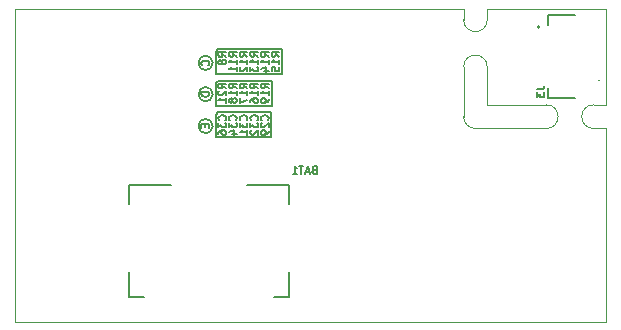
<source format=gbr>
%TF.GenerationSoftware,KiCad,Pcbnew,6.0.10-86aedd382b~118~ubuntu22.04.1*%
%TF.CreationDate,2023-01-11T10:16:45+01:00*%
%TF.ProjectId,nuc-compute-cluster-environment-sensor,6e75632d-636f-46d7-9075-74652d636c75,rev?*%
%TF.SameCoordinates,Original*%
%TF.FileFunction,Legend,Bot*%
%TF.FilePolarity,Positive*%
%FSLAX46Y46*%
G04 Gerber Fmt 4.6, Leading zero omitted, Abs format (unit mm)*
G04 Created by KiCad (PCBNEW 6.0.10-86aedd382b~118~ubuntu22.04.1) date 2023-01-11 10:16:45 commit a17aeb8*
%MOMM*%
%LPD*%
G01*
G04 APERTURE LIST*
%ADD10C,0.150000*%
%TA.AperFunction,Profile*%
%ADD11C,0.100000*%
%TD*%
%ADD12C,0.127000*%
%ADD13C,0.200000*%
%ADD14C,0.010000*%
%ADD15C,0.130000*%
%ADD16C,0.650000*%
%ADD17O,2.100000X1.050000*%
%ADD18O,2.000000X1.000000*%
%ADD19C,5.400000*%
%ADD20R,1.550000X0.600000*%
%ADD21R,1.800000X1.200000*%
%ADD22C,10.200000*%
%ADD23R,2.500000X5.100000*%
G04 APERTURE END LIST*
D10*
X21675000Y15600000D02*
X16950000Y15600000D01*
X16950000Y20950000D02*
X16950000Y22850000D01*
X16704152Y19250000D02*
G75*
G03*
X16704152Y19250000I-604152J0D01*
G01*
X21700000Y18250000D02*
X16950000Y18250000D01*
X16950000Y18250000D02*
X16950000Y20200000D01*
X16950000Y20200000D02*
X17150000Y20400000D01*
X21700000Y18250000D02*
X21700000Y20400000D01*
X16704152Y21900000D02*
G75*
G03*
X16704152Y21900000I-604152J0D01*
G01*
X17150000Y23050000D02*
X22600000Y23050000D01*
X22600000Y20950000D02*
X16950000Y20950000D01*
X17150000Y17700000D02*
X21675000Y17700000D01*
X16950000Y17500000D02*
X17150000Y17700000D01*
X21675000Y15600000D02*
X21675000Y17700000D01*
X22600000Y23050000D02*
X22600000Y20950000D01*
X17150000Y20400000D02*
X21700000Y20400000D01*
X16950000Y22850000D02*
X17150000Y23050000D01*
X16704152Y16550000D02*
G75*
G03*
X16704152Y16550000I-604152J0D01*
G01*
X16950000Y15600000D02*
X16950000Y17500000D01*
D11*
X50000000Y18350000D02*
X50000000Y26500000D01*
X48950000Y18350000D02*
G75*
G03*
X48950000Y16350000I0J-1000000D01*
G01*
X44950000Y16350000D02*
G75*
G03*
X44950000Y18350000I0J1000000D01*
G01*
X50000000Y16350000D02*
X50000000Y0D01*
X39950000Y26500000D02*
X50000000Y26500000D01*
X0Y26500000D02*
X0Y0D01*
X48950000Y16350000D02*
X50000000Y16350000D01*
X37950000Y26500000D02*
X0Y26500000D01*
X37948194Y17351594D02*
G75*
G03*
X38948209Y16351594I1000006J6D01*
G01*
X39950000Y18350000D02*
X44950000Y18350000D01*
X39950000Y18350000D02*
X39950000Y21550000D01*
X37950000Y25550000D02*
X37950000Y26500000D01*
X37950000Y21550000D02*
X37948209Y17351594D01*
X39950000Y21550000D02*
G75*
G03*
X37950000Y21550000I-1000000J0D01*
G01*
X48950000Y18350000D02*
X50000000Y18350000D01*
X39950000Y25550000D02*
X39950000Y26500000D01*
X37950000Y25550000D02*
G75*
G03*
X39950000Y25550000I1000000J0D01*
G01*
X38948209Y16351594D02*
X44950000Y16350000D01*
X0Y0D02*
X50000000Y0D01*
D10*
X16336294Y21698810D02*
X16367247Y21729762D01*
X16398199Y21822620D01*
X16398199Y21884524D01*
X16367247Y21977381D01*
X16305342Y22039286D01*
X16243437Y22070239D01*
X16119628Y22101191D01*
X16026771Y22101191D01*
X15902961Y22070239D01*
X15841056Y22039286D01*
X15779152Y21977381D01*
X15748199Y21884524D01*
X15748199Y21822620D01*
X15779152Y21729762D01*
X15810104Y21698810D01*
X16057723Y16689286D02*
X16057723Y16472620D01*
X16398199Y16379762D02*
X16398199Y16689286D01*
X15748199Y16689286D01*
X15748199Y16379762D01*
X16398199Y19420239D02*
X15748199Y19420239D01*
X15748199Y19265477D01*
X15779152Y19172620D01*
X15841056Y19110715D01*
X15902961Y19079762D01*
X16026771Y19048810D01*
X16119628Y19048810D01*
X16243437Y19079762D01*
X16305342Y19110715D01*
X16367247Y19172620D01*
X16398199Y19265477D01*
X16398199Y19420239D01*
%TO.C,C36*%
X17782142Y17067858D02*
X17813095Y17098810D01*
X17844047Y17191667D01*
X17844047Y17253572D01*
X17813095Y17346429D01*
X17751190Y17408334D01*
X17689285Y17439286D01*
X17565476Y17470239D01*
X17472619Y17470239D01*
X17348809Y17439286D01*
X17286904Y17408334D01*
X17225000Y17346429D01*
X17194047Y17253572D01*
X17194047Y17191667D01*
X17225000Y17098810D01*
X17255952Y17067858D01*
X17194047Y16851191D02*
X17194047Y16448810D01*
X17441666Y16665477D01*
X17441666Y16572620D01*
X17472619Y16510715D01*
X17503571Y16479762D01*
X17565476Y16448810D01*
X17720238Y16448810D01*
X17782142Y16479762D01*
X17813095Y16510715D01*
X17844047Y16572620D01*
X17844047Y16758334D01*
X17813095Y16820239D01*
X17782142Y16851191D01*
X17194047Y15891667D02*
X17194047Y16015477D01*
X17225000Y16077381D01*
X17255952Y16108334D01*
X17348809Y16170239D01*
X17472619Y16201191D01*
X17720238Y16201191D01*
X17782142Y16170239D01*
X17813095Y16139286D01*
X17844047Y16077381D01*
X17844047Y15953572D01*
X17813095Y15891667D01*
X17782142Y15860715D01*
X17720238Y15829762D01*
X17565476Y15829762D01*
X17503571Y15860715D01*
X17472619Y15891667D01*
X17441666Y15953572D01*
X17441666Y16077381D01*
X17472619Y16139286D01*
X17503571Y16170239D01*
X17565476Y16201191D01*
%TO.C,R15*%
X22344047Y22417858D02*
X22034523Y22634524D01*
X22344047Y22789286D02*
X21694047Y22789286D01*
X21694047Y22541667D01*
X21725000Y22479762D01*
X21755952Y22448810D01*
X21817857Y22417858D01*
X21910714Y22417858D01*
X21972619Y22448810D01*
X22003571Y22479762D01*
X22034523Y22541667D01*
X22034523Y22789286D01*
X22344047Y21798810D02*
X22344047Y22170239D01*
X22344047Y21984524D02*
X21694047Y21984524D01*
X21786904Y22046429D01*
X21848809Y22108334D01*
X21879761Y22170239D01*
X21694047Y21210715D02*
X21694047Y21520239D01*
X22003571Y21551191D01*
X21972619Y21520239D01*
X21941666Y21458334D01*
X21941666Y21303572D01*
X21972619Y21241667D01*
X22003571Y21210715D01*
X22065476Y21179762D01*
X22220238Y21179762D01*
X22282142Y21210715D01*
X22313095Y21241667D01*
X22344047Y21303572D01*
X22344047Y21458334D01*
X22313095Y21520239D01*
X22282142Y21551191D01*
%TO.C,R17*%
X19644047Y19767858D02*
X19334523Y19984524D01*
X19644047Y20139286D02*
X18994047Y20139286D01*
X18994047Y19891667D01*
X19025000Y19829762D01*
X19055952Y19798810D01*
X19117857Y19767858D01*
X19210714Y19767858D01*
X19272619Y19798810D01*
X19303571Y19829762D01*
X19334523Y19891667D01*
X19334523Y20139286D01*
X19644047Y19148810D02*
X19644047Y19520239D01*
X19644047Y19334524D02*
X18994047Y19334524D01*
X19086904Y19396429D01*
X19148809Y19458334D01*
X19179761Y19520239D01*
X18994047Y18932143D02*
X18994047Y18498810D01*
X19644047Y18777381D01*
%TO.C,C29*%
X21382142Y17067858D02*
X21413095Y17098810D01*
X21444047Y17191667D01*
X21444047Y17253572D01*
X21413095Y17346429D01*
X21351190Y17408334D01*
X21289285Y17439286D01*
X21165476Y17470239D01*
X21072619Y17470239D01*
X20948809Y17439286D01*
X20886904Y17408334D01*
X20825000Y17346429D01*
X20794047Y17253572D01*
X20794047Y17191667D01*
X20825000Y17098810D01*
X20855952Y17067858D01*
X20855952Y16820239D02*
X20825000Y16789286D01*
X20794047Y16727381D01*
X20794047Y16572620D01*
X20825000Y16510715D01*
X20855952Y16479762D01*
X20917857Y16448810D01*
X20979761Y16448810D01*
X21072619Y16479762D01*
X21444047Y16851191D01*
X21444047Y16448810D01*
X21444047Y16139286D02*
X21444047Y16015477D01*
X21413095Y15953572D01*
X21382142Y15922620D01*
X21289285Y15860715D01*
X21165476Y15829762D01*
X20917857Y15829762D01*
X20855952Y15860715D01*
X20825000Y15891667D01*
X20794047Y15953572D01*
X20794047Y16077381D01*
X20825000Y16139286D01*
X20855952Y16170239D01*
X20917857Y16201191D01*
X21072619Y16201191D01*
X21134523Y16170239D01*
X21165476Y16139286D01*
X21196428Y16077381D01*
X21196428Y15953572D01*
X21165476Y15891667D01*
X21134523Y15860715D01*
X21072619Y15829762D01*
%TO.C,R13*%
X20544047Y22417858D02*
X20234523Y22634524D01*
X20544047Y22789286D02*
X19894047Y22789286D01*
X19894047Y22541667D01*
X19925000Y22479762D01*
X19955952Y22448810D01*
X20017857Y22417858D01*
X20110714Y22417858D01*
X20172619Y22448810D01*
X20203571Y22479762D01*
X20234523Y22541667D01*
X20234523Y22789286D01*
X20544047Y21798810D02*
X20544047Y22170239D01*
X20544047Y21984524D02*
X19894047Y21984524D01*
X19986904Y22046429D01*
X20048809Y22108334D01*
X20079761Y22170239D01*
X19894047Y21582143D02*
X19894047Y21179762D01*
X20141666Y21396429D01*
X20141666Y21303572D01*
X20172619Y21241667D01*
X20203571Y21210715D01*
X20265476Y21179762D01*
X20420238Y21179762D01*
X20482142Y21210715D01*
X20513095Y21241667D01*
X20544047Y21303572D01*
X20544047Y21489286D01*
X20513095Y21551191D01*
X20482142Y21582143D01*
%TO.C,R16*%
X20544047Y19767858D02*
X20234523Y19984524D01*
X20544047Y20139286D02*
X19894047Y20139286D01*
X19894047Y19891667D01*
X19925000Y19829762D01*
X19955952Y19798810D01*
X20017857Y19767858D01*
X20110714Y19767858D01*
X20172619Y19798810D01*
X20203571Y19829762D01*
X20234523Y19891667D01*
X20234523Y20139286D01*
X20544047Y19148810D02*
X20544047Y19520239D01*
X20544047Y19334524D02*
X19894047Y19334524D01*
X19986904Y19396429D01*
X20048809Y19458334D01*
X20079761Y19520239D01*
X19894047Y18591667D02*
X19894047Y18715477D01*
X19925000Y18777381D01*
X19955952Y18808334D01*
X20048809Y18870239D01*
X20172619Y18901191D01*
X20420238Y18901191D01*
X20482142Y18870239D01*
X20513095Y18839286D01*
X20544047Y18777381D01*
X20544047Y18653572D01*
X20513095Y18591667D01*
X20482142Y18560715D01*
X20420238Y18529762D01*
X20265476Y18529762D01*
X20203571Y18560715D01*
X20172619Y18591667D01*
X20141666Y18653572D01*
X20141666Y18777381D01*
X20172619Y18839286D01*
X20203571Y18870239D01*
X20265476Y18901191D01*
%TO.C,C32*%
X20482142Y17067858D02*
X20513095Y17098810D01*
X20544047Y17191667D01*
X20544047Y17253572D01*
X20513095Y17346429D01*
X20451190Y17408334D01*
X20389285Y17439286D01*
X20265476Y17470239D01*
X20172619Y17470239D01*
X20048809Y17439286D01*
X19986904Y17408334D01*
X19925000Y17346429D01*
X19894047Y17253572D01*
X19894047Y17191667D01*
X19925000Y17098810D01*
X19955952Y17067858D01*
X19894047Y16851191D02*
X19894047Y16448810D01*
X20141666Y16665477D01*
X20141666Y16572620D01*
X20172619Y16510715D01*
X20203571Y16479762D01*
X20265476Y16448810D01*
X20420238Y16448810D01*
X20482142Y16479762D01*
X20513095Y16510715D01*
X20544047Y16572620D01*
X20544047Y16758334D01*
X20513095Y16820239D01*
X20482142Y16851191D01*
X19955952Y16201191D02*
X19925000Y16170239D01*
X19894047Y16108334D01*
X19894047Y15953572D01*
X19925000Y15891667D01*
X19955952Y15860715D01*
X20017857Y15829762D01*
X20079761Y15829762D01*
X20172619Y15860715D01*
X20544047Y16232143D01*
X20544047Y15829762D01*
%TO.C,C31*%
X19582142Y17067858D02*
X19613095Y17098810D01*
X19644047Y17191667D01*
X19644047Y17253572D01*
X19613095Y17346429D01*
X19551190Y17408334D01*
X19489285Y17439286D01*
X19365476Y17470239D01*
X19272619Y17470239D01*
X19148809Y17439286D01*
X19086904Y17408334D01*
X19025000Y17346429D01*
X18994047Y17253572D01*
X18994047Y17191667D01*
X19025000Y17098810D01*
X19055952Y17067858D01*
X18994047Y16851191D02*
X18994047Y16448810D01*
X19241666Y16665477D01*
X19241666Y16572620D01*
X19272619Y16510715D01*
X19303571Y16479762D01*
X19365476Y16448810D01*
X19520238Y16448810D01*
X19582142Y16479762D01*
X19613095Y16510715D01*
X19644047Y16572620D01*
X19644047Y16758334D01*
X19613095Y16820239D01*
X19582142Y16851191D01*
X19644047Y15829762D02*
X19644047Y16201191D01*
X19644047Y16015477D02*
X18994047Y16015477D01*
X19086904Y16077381D01*
X19148809Y16139286D01*
X19179761Y16201191D01*
%TO.C,R21*%
X17844047Y19767858D02*
X17534523Y19984524D01*
X17844047Y20139286D02*
X17194047Y20139286D01*
X17194047Y19891667D01*
X17225000Y19829762D01*
X17255952Y19798810D01*
X17317857Y19767858D01*
X17410714Y19767858D01*
X17472619Y19798810D01*
X17503571Y19829762D01*
X17534523Y19891667D01*
X17534523Y20139286D01*
X17255952Y19520239D02*
X17225000Y19489286D01*
X17194047Y19427381D01*
X17194047Y19272620D01*
X17225000Y19210715D01*
X17255952Y19179762D01*
X17317857Y19148810D01*
X17379761Y19148810D01*
X17472619Y19179762D01*
X17844047Y19551191D01*
X17844047Y19148810D01*
X17844047Y18529762D02*
X17844047Y18901191D01*
X17844047Y18715477D02*
X17194047Y18715477D01*
X17286904Y18777381D01*
X17348809Y18839286D01*
X17379761Y18901191D01*
%TO.C,R18*%
X18744047Y19767858D02*
X18434523Y19984524D01*
X18744047Y20139286D02*
X18094047Y20139286D01*
X18094047Y19891667D01*
X18125000Y19829762D01*
X18155952Y19798810D01*
X18217857Y19767858D01*
X18310714Y19767858D01*
X18372619Y19798810D01*
X18403571Y19829762D01*
X18434523Y19891667D01*
X18434523Y20139286D01*
X18744047Y19148810D02*
X18744047Y19520239D01*
X18744047Y19334524D02*
X18094047Y19334524D01*
X18186904Y19396429D01*
X18248809Y19458334D01*
X18279761Y19520239D01*
X18372619Y18777381D02*
X18341666Y18839286D01*
X18310714Y18870239D01*
X18248809Y18901191D01*
X18217857Y18901191D01*
X18155952Y18870239D01*
X18125000Y18839286D01*
X18094047Y18777381D01*
X18094047Y18653572D01*
X18125000Y18591667D01*
X18155952Y18560715D01*
X18217857Y18529762D01*
X18248809Y18529762D01*
X18310714Y18560715D01*
X18341666Y18591667D01*
X18372619Y18653572D01*
X18372619Y18777381D01*
X18403571Y18839286D01*
X18434523Y18870239D01*
X18496428Y18901191D01*
X18620238Y18901191D01*
X18682142Y18870239D01*
X18713095Y18839286D01*
X18744047Y18777381D01*
X18744047Y18653572D01*
X18713095Y18591667D01*
X18682142Y18560715D01*
X18620238Y18529762D01*
X18496428Y18529762D01*
X18434523Y18560715D01*
X18403571Y18591667D01*
X18372619Y18653572D01*
%TO.C,R12*%
X19644047Y22417858D02*
X19334523Y22634524D01*
X19644047Y22789286D02*
X18994047Y22789286D01*
X18994047Y22541667D01*
X19025000Y22479762D01*
X19055952Y22448810D01*
X19117857Y22417858D01*
X19210714Y22417858D01*
X19272619Y22448810D01*
X19303571Y22479762D01*
X19334523Y22541667D01*
X19334523Y22789286D01*
X19644047Y21798810D02*
X19644047Y22170239D01*
X19644047Y21984524D02*
X18994047Y21984524D01*
X19086904Y22046429D01*
X19148809Y22108334D01*
X19179761Y22170239D01*
X19055952Y21551191D02*
X19025000Y21520239D01*
X18994047Y21458334D01*
X18994047Y21303572D01*
X19025000Y21241667D01*
X19055952Y21210715D01*
X19117857Y21179762D01*
X19179761Y21179762D01*
X19272619Y21210715D01*
X19644047Y21582143D01*
X19644047Y21179762D01*
%TO.C,R8*%
X17844047Y22408334D02*
X17534523Y22625000D01*
X17844047Y22779762D02*
X17194047Y22779762D01*
X17194047Y22532143D01*
X17225000Y22470239D01*
X17255952Y22439286D01*
X17317857Y22408334D01*
X17410714Y22408334D01*
X17472619Y22439286D01*
X17503571Y22470239D01*
X17534523Y22532143D01*
X17534523Y22779762D01*
X17472619Y22036905D02*
X17441666Y22098810D01*
X17410714Y22129762D01*
X17348809Y22160715D01*
X17317857Y22160715D01*
X17255952Y22129762D01*
X17225000Y22098810D01*
X17194047Y22036905D01*
X17194047Y21913096D01*
X17225000Y21851191D01*
X17255952Y21820239D01*
X17317857Y21789286D01*
X17348809Y21789286D01*
X17410714Y21820239D01*
X17441666Y21851191D01*
X17472619Y21913096D01*
X17472619Y22036905D01*
X17503571Y22098810D01*
X17534523Y22129762D01*
X17596428Y22160715D01*
X17720238Y22160715D01*
X17782142Y22129762D01*
X17813095Y22098810D01*
X17844047Y22036905D01*
X17844047Y21913096D01*
X17813095Y21851191D01*
X17782142Y21820239D01*
X17720238Y21789286D01*
X17596428Y21789286D01*
X17534523Y21820239D01*
X17503571Y21851191D01*
X17472619Y21913096D01*
%TO.C,C34*%
X18682142Y17067858D02*
X18713095Y17098810D01*
X18744047Y17191667D01*
X18744047Y17253572D01*
X18713095Y17346429D01*
X18651190Y17408334D01*
X18589285Y17439286D01*
X18465476Y17470239D01*
X18372619Y17470239D01*
X18248809Y17439286D01*
X18186904Y17408334D01*
X18125000Y17346429D01*
X18094047Y17253572D01*
X18094047Y17191667D01*
X18125000Y17098810D01*
X18155952Y17067858D01*
X18094047Y16851191D02*
X18094047Y16448810D01*
X18341666Y16665477D01*
X18341666Y16572620D01*
X18372619Y16510715D01*
X18403571Y16479762D01*
X18465476Y16448810D01*
X18620238Y16448810D01*
X18682142Y16479762D01*
X18713095Y16510715D01*
X18744047Y16572620D01*
X18744047Y16758334D01*
X18713095Y16820239D01*
X18682142Y16851191D01*
X18310714Y15891667D02*
X18744047Y15891667D01*
X18063095Y16046429D02*
X18527380Y16201191D01*
X18527380Y15798810D01*
%TO.C,R11*%
X18744047Y22417858D02*
X18434523Y22634524D01*
X18744047Y22789286D02*
X18094047Y22789286D01*
X18094047Y22541667D01*
X18125000Y22479762D01*
X18155952Y22448810D01*
X18217857Y22417858D01*
X18310714Y22417858D01*
X18372619Y22448810D01*
X18403571Y22479762D01*
X18434523Y22541667D01*
X18434523Y22789286D01*
X18744047Y21798810D02*
X18744047Y22170239D01*
X18744047Y21984524D02*
X18094047Y21984524D01*
X18186904Y22046429D01*
X18248809Y22108334D01*
X18279761Y22170239D01*
X18744047Y21179762D02*
X18744047Y21551191D01*
X18744047Y21365477D02*
X18094047Y21365477D01*
X18186904Y21427381D01*
X18248809Y21489286D01*
X18279761Y21551191D01*
%TO.C,R19*%
X21444047Y19767858D02*
X21134523Y19984524D01*
X21444047Y20139286D02*
X20794047Y20139286D01*
X20794047Y19891667D01*
X20825000Y19829762D01*
X20855952Y19798810D01*
X20917857Y19767858D01*
X21010714Y19767858D01*
X21072619Y19798810D01*
X21103571Y19829762D01*
X21134523Y19891667D01*
X21134523Y20139286D01*
X21444047Y19148810D02*
X21444047Y19520239D01*
X21444047Y19334524D02*
X20794047Y19334524D01*
X20886904Y19396429D01*
X20948809Y19458334D01*
X20979761Y19520239D01*
X21444047Y18839286D02*
X21444047Y18715477D01*
X21413095Y18653572D01*
X21382142Y18622620D01*
X21289285Y18560715D01*
X21165476Y18529762D01*
X20917857Y18529762D01*
X20855952Y18560715D01*
X20825000Y18591667D01*
X20794047Y18653572D01*
X20794047Y18777381D01*
X20825000Y18839286D01*
X20855952Y18870239D01*
X20917857Y18901191D01*
X21072619Y18901191D01*
X21134523Y18870239D01*
X21165476Y18839286D01*
X21196428Y18777381D01*
X21196428Y18653572D01*
X21165476Y18591667D01*
X21134523Y18560715D01*
X21072619Y18529762D01*
%TO.C,R14*%
X21444047Y22417858D02*
X21134523Y22634524D01*
X21444047Y22789286D02*
X20794047Y22789286D01*
X20794047Y22541667D01*
X20825000Y22479762D01*
X20855952Y22448810D01*
X20917857Y22417858D01*
X21010714Y22417858D01*
X21072619Y22448810D01*
X21103571Y22479762D01*
X21134523Y22541667D01*
X21134523Y22789286D01*
X21444047Y21798810D02*
X21444047Y22170239D01*
X21444047Y21984524D02*
X20794047Y21984524D01*
X20886904Y22046429D01*
X20948809Y22108334D01*
X20979761Y22170239D01*
X21010714Y21241667D02*
X21444047Y21241667D01*
X20763095Y21396429D02*
X21227380Y21551191D01*
X21227380Y21148810D01*
%TO.C,J3*%
X44144047Y19666667D02*
X44608333Y19666667D01*
X44701190Y19697620D01*
X44763095Y19759524D01*
X44794047Y19852381D01*
X44794047Y19914286D01*
X44144047Y19419048D02*
X44144047Y19016667D01*
X44391666Y19233334D01*
X44391666Y19140477D01*
X44422619Y19078572D01*
X44453571Y19047620D01*
X44515476Y19016667D01*
X44670238Y19016667D01*
X44732142Y19047620D01*
X44763095Y19078572D01*
X44794047Y19140477D01*
X44794047Y19326191D01*
X44763095Y19388096D01*
X44732142Y19419048D01*
%TO.C,BAT1*%
X25289285Y12846429D02*
X25196428Y12815477D01*
X25165476Y12784524D01*
X25134523Y12722620D01*
X25134523Y12629762D01*
X25165476Y12567858D01*
X25196428Y12536905D01*
X25258333Y12505953D01*
X25505952Y12505953D01*
X25505952Y13155953D01*
X25289285Y13155953D01*
X25227380Y13125000D01*
X25196428Y13094048D01*
X25165476Y13032143D01*
X25165476Y12970239D01*
X25196428Y12908334D01*
X25227380Y12877381D01*
X25289285Y12846429D01*
X25505952Y12846429D01*
X24886904Y12691667D02*
X24577380Y12691667D01*
X24948809Y12505953D02*
X24732142Y13155953D01*
X24515476Y12505953D01*
X24391666Y13155953D02*
X24020238Y13155953D01*
X24205952Y12505953D02*
X24205952Y13155953D01*
X23463095Y12505953D02*
X23834523Y12505953D01*
X23648809Y12505953D02*
X23648809Y13155953D01*
X23710714Y13063096D01*
X23772619Y13001191D01*
X23834523Y12970239D01*
D12*
%TO.C,J3*%
X49375000Y20450000D02*
X49375000Y20450000D01*
X45125000Y25950000D02*
X47400000Y25950000D01*
X45125000Y19750000D02*
X45125000Y18950000D01*
X45125000Y25150000D02*
X45125000Y25950000D01*
X45125000Y18950000D02*
X47400000Y18950000D01*
D13*
X44400000Y24950000D02*
G75*
G03*
X44400000Y24950000I-100000J0D01*
G01*
D12*
%TO.C,BAT1*%
X23150000Y11550000D02*
X19650000Y11550000D01*
X23150000Y2050000D02*
X21900000Y2050000D01*
X23150000Y4180000D02*
X23150000Y2050000D01*
X9650000Y2050000D02*
X9650000Y4180000D01*
X13150000Y11550000D02*
X9650000Y11550000D01*
X9650000Y11550000D02*
X9650000Y9920000D01*
X23150000Y9920000D02*
X23150000Y11550000D01*
X10900000Y2050000D02*
X9650000Y2050000D01*
%TD*%
%LPC*%
D10*
X11953571Y23004762D02*
X11953571Y22788096D01*
X12294047Y22695239D02*
X12294047Y23004762D01*
X11644047Y23004762D01*
X11644047Y22695239D01*
X11860714Y22416667D02*
X12294047Y22416667D01*
X11922619Y22416667D02*
X11891666Y22385715D01*
X11860714Y22323810D01*
X11860714Y22230953D01*
X11891666Y22169048D01*
X11953571Y22138096D01*
X12294047Y22138096D01*
X11860714Y21890477D02*
X12294047Y21735715D01*
X11860714Y21580953D01*
X12294047Y21333334D02*
X11860714Y21333334D01*
X11644047Y21333334D02*
X11675000Y21364286D01*
X11705952Y21333334D01*
X11675000Y21302381D01*
X11644047Y21333334D01*
X11705952Y21333334D01*
X12294047Y21023810D02*
X11860714Y21023810D01*
X11984523Y21023810D02*
X11922619Y20992858D01*
X11891666Y20961905D01*
X11860714Y20900000D01*
X11860714Y20838096D01*
X12294047Y20528572D02*
X12263095Y20590477D01*
X12232142Y20621429D01*
X12170238Y20652381D01*
X11984523Y20652381D01*
X11922619Y20621429D01*
X11891666Y20590477D01*
X11860714Y20528572D01*
X11860714Y20435715D01*
X11891666Y20373810D01*
X11922619Y20342858D01*
X11984523Y20311905D01*
X12170238Y20311905D01*
X12232142Y20342858D01*
X12263095Y20373810D01*
X12294047Y20435715D01*
X12294047Y20528572D01*
X11860714Y20033334D02*
X12294047Y20033334D01*
X11922619Y20033334D02*
X11891666Y20002381D01*
X11860714Y19940477D01*
X11860714Y19847620D01*
X11891666Y19785715D01*
X11953571Y19754762D01*
X12294047Y19754762D01*
X12294047Y19445239D02*
X11860714Y19445239D01*
X11922619Y19445239D02*
X11891666Y19414286D01*
X11860714Y19352381D01*
X11860714Y19259524D01*
X11891666Y19197620D01*
X11953571Y19166667D01*
X12294047Y19166667D01*
X11953571Y19166667D02*
X11891666Y19135715D01*
X11860714Y19073810D01*
X11860714Y18980953D01*
X11891666Y18919048D01*
X11953571Y18888096D01*
X12294047Y18888096D01*
X12263095Y18330953D02*
X12294047Y18392858D01*
X12294047Y18516667D01*
X12263095Y18578572D01*
X12201190Y18609524D01*
X11953571Y18609524D01*
X11891666Y18578572D01*
X11860714Y18516667D01*
X11860714Y18392858D01*
X11891666Y18330953D01*
X11953571Y18300000D01*
X12015476Y18300000D01*
X12077380Y18609524D01*
X11860714Y18021429D02*
X12294047Y18021429D01*
X11922619Y18021429D02*
X11891666Y17990477D01*
X11860714Y17928572D01*
X11860714Y17835715D01*
X11891666Y17773810D01*
X11953571Y17742858D01*
X12294047Y17742858D01*
X11860714Y17526191D02*
X11860714Y17278572D01*
X11644047Y17433334D02*
X12201190Y17433334D01*
X12263095Y17402381D01*
X12294047Y17340477D01*
X12294047Y17278572D01*
X12263095Y16597620D02*
X12294047Y16504762D01*
X12294047Y16350000D01*
X12263095Y16288096D01*
X12232142Y16257143D01*
X12170238Y16226191D01*
X12108333Y16226191D01*
X12046428Y16257143D01*
X12015476Y16288096D01*
X11984523Y16350000D01*
X11953571Y16473810D01*
X11922619Y16535715D01*
X11891666Y16566667D01*
X11829761Y16597620D01*
X11767857Y16597620D01*
X11705952Y16566667D01*
X11675000Y16535715D01*
X11644047Y16473810D01*
X11644047Y16319048D01*
X11675000Y16226191D01*
X12263095Y15700000D02*
X12294047Y15761905D01*
X12294047Y15885715D01*
X12263095Y15947620D01*
X12201190Y15978572D01*
X11953571Y15978572D01*
X11891666Y15947620D01*
X11860714Y15885715D01*
X11860714Y15761905D01*
X11891666Y15700000D01*
X11953571Y15669048D01*
X12015476Y15669048D01*
X12077380Y15978572D01*
X11860714Y15390477D02*
X12294047Y15390477D01*
X11922619Y15390477D02*
X11891666Y15359524D01*
X11860714Y15297620D01*
X11860714Y15204762D01*
X11891666Y15142858D01*
X11953571Y15111905D01*
X12294047Y15111905D01*
X12263095Y14833334D02*
X12294047Y14771429D01*
X12294047Y14647620D01*
X12263095Y14585715D01*
X12201190Y14554762D01*
X12170238Y14554762D01*
X12108333Y14585715D01*
X12077380Y14647620D01*
X12077380Y14740477D01*
X12046428Y14802381D01*
X11984523Y14833334D01*
X11953571Y14833334D01*
X11891666Y14802381D01*
X11860714Y14740477D01*
X11860714Y14647620D01*
X11891666Y14585715D01*
X12294047Y14183334D02*
X12263095Y14245239D01*
X12232142Y14276191D01*
X12170238Y14307143D01*
X11984523Y14307143D01*
X11922619Y14276191D01*
X11891666Y14245239D01*
X11860714Y14183334D01*
X11860714Y14090477D01*
X11891666Y14028572D01*
X11922619Y13997620D01*
X11984523Y13966667D01*
X12170238Y13966667D01*
X12232142Y13997620D01*
X12263095Y14028572D01*
X12294047Y14090477D01*
X12294047Y14183334D01*
X12294047Y13688096D02*
X11860714Y13688096D01*
X11984523Y13688096D02*
X11922619Y13657143D01*
X11891666Y13626191D01*
X11860714Y13564286D01*
X11860714Y13502381D01*
X13244047Y22610715D02*
X12934523Y22827381D01*
X13244047Y22982143D02*
X12594047Y22982143D01*
X12594047Y22734524D01*
X12625000Y22672620D01*
X12655952Y22641667D01*
X12717857Y22610715D01*
X12810714Y22610715D01*
X12872619Y22641667D01*
X12903571Y22672620D01*
X12934523Y22734524D01*
X12934523Y22982143D01*
X13213095Y22084524D02*
X13244047Y22146429D01*
X13244047Y22270239D01*
X13213095Y22332143D01*
X13151190Y22363096D01*
X12903571Y22363096D01*
X12841666Y22332143D01*
X12810714Y22270239D01*
X12810714Y22146429D01*
X12841666Y22084524D01*
X12903571Y22053572D01*
X12965476Y22053572D01*
X13027380Y22363096D01*
X12810714Y21836905D02*
X13244047Y21682143D01*
X12810714Y21527381D01*
X13182142Y21279762D02*
X13213095Y21248810D01*
X13244047Y21279762D01*
X13213095Y21310715D01*
X13182142Y21279762D01*
X13244047Y21279762D01*
X13244047Y20134524D02*
X13244047Y20505953D01*
X13244047Y20320239D02*
X12594047Y20320239D01*
X12686904Y20382143D01*
X12748809Y20444048D01*
X12779761Y20505953D01*
X13182142Y19855953D02*
X13213095Y19825000D01*
X13244047Y19855953D01*
X13213095Y19886905D01*
X13182142Y19855953D01*
X13244047Y19855953D01*
X12594047Y19422620D02*
X12594047Y19360715D01*
X12625000Y19298810D01*
X12655952Y19267858D01*
X12717857Y19236905D01*
X12841666Y19205953D01*
X12996428Y19205953D01*
X13120238Y19236905D01*
X13182142Y19267858D01*
X13213095Y19298810D01*
X13244047Y19360715D01*
X13244047Y19422620D01*
X13213095Y19484524D01*
X13182142Y19515477D01*
X13120238Y19546429D01*
X12996428Y19577381D01*
X12841666Y19577381D01*
X12717857Y19546429D01*
X12655952Y19515477D01*
X12625000Y19484524D01*
X12594047Y19422620D01*
X13182142Y18927381D02*
X13213095Y18896429D01*
X13244047Y18927381D01*
X13213095Y18958334D01*
X13182142Y18927381D01*
X13244047Y18927381D01*
X13244047Y18277381D02*
X13244047Y18648810D01*
X13244047Y18463096D02*
X12594047Y18463096D01*
X12686904Y18525000D01*
X12748809Y18586905D01*
X12779761Y18648810D01*
X12594047Y17379762D02*
X12594047Y17317858D01*
X12625000Y17255953D01*
X12655952Y17225000D01*
X12717857Y17194048D01*
X12841666Y17163096D01*
X12996428Y17163096D01*
X13120238Y17194048D01*
X13182142Y17225000D01*
X13213095Y17255953D01*
X13244047Y17317858D01*
X13244047Y17379762D01*
X13213095Y17441667D01*
X13182142Y17472620D01*
X13120238Y17503572D01*
X12996428Y17534524D01*
X12841666Y17534524D01*
X12717857Y17503572D01*
X12655952Y17472620D01*
X12625000Y17441667D01*
X12594047Y17379762D01*
X13244047Y16544048D02*
X13244047Y16915477D01*
X13244047Y16729762D02*
X12594047Y16729762D01*
X12686904Y16791667D01*
X12748809Y16853572D01*
X12779761Y16915477D01*
X12563095Y15801191D02*
X13398809Y16358334D01*
X12655952Y15615477D02*
X12625000Y15584524D01*
X12594047Y15522620D01*
X12594047Y15367858D01*
X12625000Y15305953D01*
X12655952Y15275000D01*
X12717857Y15244048D01*
X12779761Y15244048D01*
X12872619Y15275000D01*
X13244047Y15646429D01*
X13244047Y15244048D01*
X12594047Y14841667D02*
X12594047Y14779762D01*
X12625000Y14717858D01*
X12655952Y14686905D01*
X12717857Y14655953D01*
X12841666Y14625000D01*
X12996428Y14625000D01*
X13120238Y14655953D01*
X13182142Y14686905D01*
X13213095Y14717858D01*
X13244047Y14779762D01*
X13244047Y14841667D01*
X13213095Y14903572D01*
X13182142Y14934524D01*
X13120238Y14965477D01*
X12996428Y14996429D01*
X12841666Y14996429D01*
X12717857Y14965477D01*
X12655952Y14934524D01*
X12625000Y14903572D01*
X12594047Y14841667D01*
X12655952Y14377381D02*
X12625000Y14346429D01*
X12594047Y14284524D01*
X12594047Y14129762D01*
X12625000Y14067858D01*
X12655952Y14036905D01*
X12717857Y14005953D01*
X12779761Y14005953D01*
X12872619Y14036905D01*
X13244047Y14408334D01*
X13244047Y14005953D01*
X12594047Y13789286D02*
X12594047Y13386905D01*
X12841666Y13603572D01*
X12841666Y13510715D01*
X12872619Y13448810D01*
X12903571Y13417858D01*
X12965476Y13386905D01*
X13120238Y13386905D01*
X13182142Y13417858D01*
X13213095Y13448810D01*
X13244047Y13510715D01*
X13244047Y13696429D01*
X13213095Y13758334D01*
X13182142Y13789286D01*
%TO.C,REF\u002A\u002A*%
G36*
X47499755Y11875987D02*
G01*
X47513973Y11856494D01*
X47546275Y11801650D01*
X47574109Y11742303D01*
X47590083Y11695335D01*
X47601654Y11626562D01*
X47601807Y11541777D01*
X47589067Y11437806D01*
X47556777Y11344145D01*
X47505486Y11277849D01*
X47435065Y11238760D01*
X47345387Y11226722D01*
X47266497Y11235436D01*
X47201907Y11263408D01*
X47155651Y11313768D01*
X47124888Y11389703D01*
X47106778Y11494400D01*
X47105467Y11506425D01*
X47097106Y11571611D01*
X47088357Y11624490D01*
X47080913Y11654573D01*
X47074920Y11664612D01*
X47044013Y11681584D01*
X47004450Y11678828D01*
X46970105Y11656146D01*
X46962615Y11644236D01*
X46950613Y11594606D01*
X46951420Y11530500D01*
X46964192Y11463653D01*
X46988086Y11405799D01*
X47023954Y11345008D01*
X46968852Y11297854D01*
X46954853Y11286412D01*
X46917353Y11260634D01*
X46891937Y11250022D01*
X46876353Y11261166D01*
X46852026Y11295644D01*
X46825848Y11345428D01*
X46822648Y11352443D01*
X46797548Y11418092D01*
X46785547Y11481372D01*
X46783137Y11559900D01*
X46787879Y11631399D01*
X46812068Y11727909D01*
X46856902Y11798411D01*
X46922681Y11843307D01*
X47009707Y11862999D01*
X47093023Y11859012D01*
X47163297Y11830235D01*
X47215254Y11775048D01*
X47249910Y11692348D01*
X47268279Y11581026D01*
X47277906Y11508692D01*
X47298737Y11442670D01*
X47328904Y11408583D01*
X47368352Y11406526D01*
X47392949Y11420243D01*
X47422101Y11462726D01*
X47435889Y11523117D01*
X47434004Y11593889D01*
X47416133Y11667512D01*
X47381967Y11736457D01*
X47336477Y11805197D01*
X47458835Y11926119D01*
X47499755Y11875987D01*
G37*
D14*
X47499755Y11875987D02*
X47513973Y11856494D01*
X47546275Y11801650D01*
X47574109Y11742303D01*
X47590083Y11695335D01*
X47601654Y11626562D01*
X47601807Y11541777D01*
X47589067Y11437806D01*
X47556777Y11344145D01*
X47505486Y11277849D01*
X47435065Y11238760D01*
X47345387Y11226722D01*
X47266497Y11235436D01*
X47201907Y11263408D01*
X47155651Y11313768D01*
X47124888Y11389703D01*
X47106778Y11494400D01*
X47105467Y11506425D01*
X47097106Y11571611D01*
X47088357Y11624490D01*
X47080913Y11654573D01*
X47074920Y11664612D01*
X47044013Y11681584D01*
X47004450Y11678828D01*
X46970105Y11656146D01*
X46962615Y11644236D01*
X46950613Y11594606D01*
X46951420Y11530500D01*
X46964192Y11463653D01*
X46988086Y11405799D01*
X47023954Y11345008D01*
X46968852Y11297854D01*
X46954853Y11286412D01*
X46917353Y11260634D01*
X46891937Y11250022D01*
X46876353Y11261166D01*
X46852026Y11295644D01*
X46825848Y11345428D01*
X46822648Y11352443D01*
X46797548Y11418092D01*
X46785547Y11481372D01*
X46783137Y11559900D01*
X46787879Y11631399D01*
X46812068Y11727909D01*
X46856902Y11798411D01*
X46922681Y11843307D01*
X47009707Y11862999D01*
X47093023Y11859012D01*
X47163297Y11830235D01*
X47215254Y11775048D01*
X47249910Y11692348D01*
X47268279Y11581026D01*
X47277906Y11508692D01*
X47298737Y11442670D01*
X47328904Y11408583D01*
X47368352Y11406526D01*
X47392949Y11420243D01*
X47422101Y11462726D01*
X47435889Y11523117D01*
X47434004Y11593889D01*
X47416133Y11667512D01*
X47381967Y11736457D01*
X47336477Y11805197D01*
X47458835Y11926119D01*
X47499755Y11875987D01*
G36*
X47300001Y11140320D02*
G01*
X47400965Y11119714D01*
X47478007Y11082857D01*
X47536201Y11026761D01*
X47580617Y10948434D01*
X47591188Y10918023D01*
X47604377Y10839263D01*
X47604018Y10756384D01*
X47589531Y10686450D01*
X47589005Y10685076D01*
X47555852Y10628718D01*
X47504530Y10571780D01*
X47445840Y10524535D01*
X47390584Y10497255D01*
X47350193Y10489169D01*
X47274569Y10482246D01*
X47188442Y10480763D01*
X47102719Y10484478D01*
X47028305Y10493145D01*
X46976106Y10506522D01*
X46917006Y10537679D01*
X46844340Y10603808D01*
X46798310Y10688331D01*
X46780090Y10788734D01*
X46781787Y10806663D01*
X46957143Y10806663D01*
X46970197Y10746689D01*
X47007951Y10696891D01*
X47068349Y10665345D01*
X47120502Y10654358D01*
X47207161Y10649442D01*
X47288014Y10659507D01*
X47354451Y10683151D01*
X47397862Y10718973D01*
X47405316Y10732551D01*
X47418864Y10784327D01*
X47421651Y10844213D01*
X47412237Y10894596D01*
X47398736Y10914260D01*
X47351523Y10941862D01*
X47277630Y10959230D01*
X47180663Y10965264D01*
X47152750Y10965167D01*
X47096190Y10963071D01*
X47059294Y10956100D01*
X47032031Y10941475D01*
X47004372Y10916418D01*
X46970849Y10868736D01*
X46957143Y10806663D01*
X46781787Y10806663D01*
X46790858Y10902505D01*
X46795445Y10921435D01*
X46835000Y11009595D01*
X46899941Y11076028D01*
X46990271Y11120735D01*
X47105994Y11143718D01*
X47180663Y11144387D01*
X47247116Y11144982D01*
X47300001Y11140320D01*
G37*
X47300001Y11140320D02*
X47400965Y11119714D01*
X47478007Y11082857D01*
X47536201Y11026761D01*
X47580617Y10948434D01*
X47591188Y10918023D01*
X47604377Y10839263D01*
X47604018Y10756384D01*
X47589531Y10686450D01*
X47589005Y10685076D01*
X47555852Y10628718D01*
X47504530Y10571780D01*
X47445840Y10524535D01*
X47390584Y10497255D01*
X47350193Y10489169D01*
X47274569Y10482246D01*
X47188442Y10480763D01*
X47102719Y10484478D01*
X47028305Y10493145D01*
X46976106Y10506522D01*
X46917006Y10537679D01*
X46844340Y10603808D01*
X46798310Y10688331D01*
X46780090Y10788734D01*
X46781787Y10806663D01*
X46957143Y10806663D01*
X46970197Y10746689D01*
X47007951Y10696891D01*
X47068349Y10665345D01*
X47120502Y10654358D01*
X47207161Y10649442D01*
X47288014Y10659507D01*
X47354451Y10683151D01*
X47397862Y10718973D01*
X47405316Y10732551D01*
X47418864Y10784327D01*
X47421651Y10844213D01*
X47412237Y10894596D01*
X47398736Y10914260D01*
X47351523Y10941862D01*
X47277630Y10959230D01*
X47180663Y10965264D01*
X47152750Y10965167D01*
X47096190Y10963071D01*
X47059294Y10956100D01*
X47032031Y10941475D01*
X47004372Y10916418D01*
X46970849Y10868736D01*
X46957143Y10806663D01*
X46781787Y10806663D01*
X46790858Y10902505D01*
X46795445Y10921435D01*
X46835000Y11009595D01*
X46899941Y11076028D01*
X46990271Y11120735D01*
X47105994Y11143718D01*
X47180663Y11144387D01*
X47247116Y11144982D01*
X47300001Y11140320D01*
G36*
X48585101Y12415868D02*
G01*
X48634866Y12411608D01*
X48639427Y12410878D01*
X48721004Y12382206D01*
X48790165Y12329846D01*
X48837021Y12261158D01*
X48856416Y12187396D01*
X48854911Y12096668D01*
X48828906Y12013205D01*
X48817932Y11991465D01*
X48806174Y11963510D01*
X48809832Y11952872D01*
X48828906Y11951185D01*
X48838418Y11950410D01*
X48852485Y11940407D01*
X48858962Y11912623D01*
X48860526Y11859277D01*
X48860526Y11767369D01*
X47724210Y11767369D01*
X47724210Y11951185D01*
X48113732Y11951185D01*
X48082920Y11985232D01*
X48063769Y12018014D01*
X48047760Y12080059D01*
X48045224Y12115722D01*
X48215301Y12115722D01*
X48219124Y12057600D01*
X48242802Y12005653D01*
X48285929Y11970063D01*
X48289556Y11968592D01*
X48330026Y11959767D01*
X48390499Y11953542D01*
X48459328Y11951185D01*
X48528832Y11952502D01*
X48575106Y11957848D01*
X48606807Y11969262D01*
X48633373Y11988783D01*
X48672873Y12040329D01*
X48686115Y12100650D01*
X48669740Y12159144D01*
X48624060Y12208410D01*
X48590634Y12221432D01*
X48531441Y12231051D01*
X48459626Y12235280D01*
X48385967Y12233948D01*
X48321239Y12226884D01*
X48276222Y12213917D01*
X48268840Y12209774D01*
X48231738Y12169840D01*
X48215301Y12115722D01*
X48045224Y12115722D01*
X48042602Y12152589D01*
X48048935Y12223419D01*
X48067400Y12280368D01*
X48093666Y12321128D01*
X48138412Y12363113D01*
X48198588Y12391370D01*
X48279988Y12408355D01*
X48388405Y12416528D01*
X48432230Y12417729D01*
X48459626Y12417816D01*
X48513659Y12417986D01*
X48585101Y12415868D01*
G37*
X48585101Y12415868D02*
X48634866Y12411608D01*
X48639427Y12410878D01*
X48721004Y12382206D01*
X48790165Y12329846D01*
X48837021Y12261158D01*
X48856416Y12187396D01*
X48854911Y12096668D01*
X48828906Y12013205D01*
X48817932Y11991465D01*
X48806174Y11963510D01*
X48809832Y11952872D01*
X48828906Y11951185D01*
X48838418Y11950410D01*
X48852485Y11940407D01*
X48858962Y11912623D01*
X48860526Y11859277D01*
X48860526Y11767369D01*
X47724210Y11767369D01*
X47724210Y11951185D01*
X48113732Y11951185D01*
X48082920Y11985232D01*
X48063769Y12018014D01*
X48047760Y12080059D01*
X48045224Y12115722D01*
X48215301Y12115722D01*
X48219124Y12057600D01*
X48242802Y12005653D01*
X48285929Y11970063D01*
X48289556Y11968592D01*
X48330026Y11959767D01*
X48390499Y11953542D01*
X48459328Y11951185D01*
X48528832Y11952502D01*
X48575106Y11957848D01*
X48606807Y11969262D01*
X48633373Y11988783D01*
X48672873Y12040329D01*
X48686115Y12100650D01*
X48669740Y12159144D01*
X48624060Y12208410D01*
X48590634Y12221432D01*
X48531441Y12231051D01*
X48459626Y12235280D01*
X48385967Y12233948D01*
X48321239Y12226884D01*
X48276222Y12213917D01*
X48268840Y12209774D01*
X48231738Y12169840D01*
X48215301Y12115722D01*
X48045224Y12115722D01*
X48042602Y12152589D01*
X48048935Y12223419D01*
X48067400Y12280368D01*
X48093666Y12321128D01*
X48138412Y12363113D01*
X48198588Y12391370D01*
X48279988Y12408355D01*
X48388405Y12416528D01*
X48432230Y12417729D01*
X48459626Y12417816D01*
X48513659Y12417986D01*
X48585101Y12415868D01*
G36*
X48860526Y9561579D02*
G01*
X48593944Y9561579D01*
X48578640Y9561557D01*
X48471060Y9559989D01*
X48383427Y9556141D01*
X48320224Y9550287D01*
X48285929Y9542701D01*
X48272982Y9535736D01*
X48232378Y9492860D01*
X48214404Y9434458D01*
X48222789Y9370686D01*
X48228472Y9355044D01*
X48238517Y9321721D01*
X48235398Y9298947D01*
X48214979Y9276031D01*
X48173127Y9242283D01*
X48104017Y9187547D01*
X48072864Y9226020D01*
X48054112Y9262592D01*
X48041447Y9326833D01*
X48041033Y9399240D01*
X48052716Y9467063D01*
X48076344Y9517550D01*
X48110978Y9561579D01*
X48076344Y9561579D01*
X48063194Y9562676D01*
X48049252Y9572885D01*
X48043094Y9600493D01*
X48041710Y9653487D01*
X48041710Y9745395D01*
X48860526Y9745395D01*
X48860526Y9561579D01*
G37*
X48860526Y9561579D02*
X48593944Y9561579D01*
X48578640Y9561557D01*
X48471060Y9559989D01*
X48383427Y9556141D01*
X48320224Y9550287D01*
X48285929Y9542701D01*
X48272982Y9535736D01*
X48232378Y9492860D01*
X48214404Y9434458D01*
X48222789Y9370686D01*
X48228472Y9355044D01*
X48238517Y9321721D01*
X48235398Y9298947D01*
X48214979Y9276031D01*
X48173127Y9242283D01*
X48104017Y9187547D01*
X48072864Y9226020D01*
X48054112Y9262592D01*
X48041447Y9326833D01*
X48041033Y9399240D01*
X48052716Y9467063D01*
X48076344Y9517550D01*
X48110978Y9561579D01*
X48076344Y9561579D01*
X48063194Y9562676D01*
X48049252Y9572885D01*
X48043094Y9600493D01*
X48041710Y9653487D01*
X48041710Y9745395D01*
X48860526Y9745395D01*
X48860526Y9561579D01*
G36*
X48073692Y11692562D02*
G01*
X48114734Y11679241D01*
X48179736Y11658384D01*
X48264048Y11631479D01*
X48363022Y11600012D01*
X48472006Y11565469D01*
X48860526Y11442505D01*
X48860526Y11288689D01*
X48614046Y11216213D01*
X48568785Y11202830D01*
X48486502Y11178096D01*
X48417940Y11156962D01*
X48369225Y11141329D01*
X48346483Y11133102D01*
X48344787Y11130758D01*
X48359456Y11119351D01*
X48398248Y11103065D01*
X48455102Y11084606D01*
X48458441Y11083631D01*
X48542347Y11058917D01*
X48637351Y11030641D01*
X48723528Y11004730D01*
X48862253Y10962714D01*
X48852171Y10807750D01*
X48626579Y10735987D01*
X48527454Y10704480D01*
X48416281Y10669187D01*
X48309704Y10635393D01*
X48221349Y10607418D01*
X48041710Y10550613D01*
X48041710Y10740656D01*
X48212993Y10786720D01*
X48258251Y10798965D01*
X48342625Y10822125D01*
X48419384Y10843572D01*
X48476184Y10859876D01*
X48568092Y10886969D01*
X48309079Y10973374D01*
X48050066Y11059780D01*
X48045104Y11125870D01*
X48040143Y11191959D01*
X48304107Y11278063D01*
X48371510Y11300655D01*
X48446127Y11327379D01*
X48502654Y11349696D01*
X48536486Y11365759D01*
X48543016Y11373724D01*
X48537337Y11375646D01*
X48502507Y11386049D01*
X48444335Y11402619D01*
X48369333Y11423516D01*
X48284013Y11446900D01*
X48050066Y11510518D01*
X48044990Y11607655D01*
X48044584Y11615854D01*
X48044046Y11668235D01*
X48049423Y11693406D01*
X48061701Y11696612D01*
X48073692Y11692562D01*
G37*
X48073692Y11692562D02*
X48114734Y11679241D01*
X48179736Y11658384D01*
X48264048Y11631479D01*
X48363022Y11600012D01*
X48472006Y11565469D01*
X48860526Y11442505D01*
X48860526Y11288689D01*
X48614046Y11216213D01*
X48568785Y11202830D01*
X48486502Y11178096D01*
X48417940Y11156962D01*
X48369225Y11141329D01*
X48346483Y11133102D01*
X48344787Y11130758D01*
X48359456Y11119351D01*
X48398248Y11103065D01*
X48455102Y11084606D01*
X48458441Y11083631D01*
X48542347Y11058917D01*
X48637351Y11030641D01*
X48723528Y11004730D01*
X48862253Y10962714D01*
X48852171Y10807750D01*
X48626579Y10735987D01*
X48527454Y10704480D01*
X48416281Y10669187D01*
X48309704Y10635393D01*
X48221349Y10607418D01*
X48041710Y10550613D01*
X48041710Y10740656D01*
X48212993Y10786720D01*
X48258251Y10798965D01*
X48342625Y10822125D01*
X48419384Y10843572D01*
X48476184Y10859876D01*
X48568092Y10886969D01*
X48309079Y10973374D01*
X48050066Y11059780D01*
X48045104Y11125870D01*
X48040143Y11191959D01*
X48304107Y11278063D01*
X48371510Y11300655D01*
X48446127Y11327379D01*
X48502654Y11349696D01*
X48536486Y11365759D01*
X48543016Y11373724D01*
X48537337Y11375646D01*
X48502507Y11386049D01*
X48444335Y11402619D01*
X48369333Y11423516D01*
X48284013Y11446900D01*
X48050066Y11510518D01*
X48044990Y11607655D01*
X48044584Y11615854D01*
X48044046Y11668235D01*
X48049423Y11693406D01*
X48061701Y11696612D01*
X48073692Y11692562D01*
G36*
X48640000Y13768722D02*
G01*
X48725846Y13748360D01*
X48790412Y13703067D01*
X48836937Y13630593D01*
X48848256Y13593140D01*
X48857078Y13528990D01*
X48859185Y13458840D01*
X48854330Y13395548D01*
X48842268Y13351976D01*
X48832606Y13325512D01*
X48842268Y13299601D01*
X48847866Y13290123D01*
X48856943Y13252294D01*
X48860526Y13201132D01*
X48860526Y13120922D01*
X48537142Y13120922D01*
X48509176Y13120928D01*
X48403767Y13121232D01*
X48325401Y13122376D01*
X48268871Y13124877D01*
X48228970Y13129256D01*
X48200492Y13136032D01*
X48178230Y13145725D01*
X48156978Y13158853D01*
X48107180Y13201084D01*
X48069160Y13260930D01*
X48048184Y13339543D01*
X48041736Y13443136D01*
X48041743Y13446503D01*
X48044995Y13518513D01*
X48053103Y13582966D01*
X48064470Y13626952D01*
X48070166Y13639010D01*
X48094289Y13677391D01*
X48122960Y13712124D01*
X48148760Y13734977D01*
X48164273Y13737716D01*
X48168465Y13732370D01*
X48213218Y13674127D01*
X48239613Y13635181D01*
X48250262Y13609431D01*
X48247780Y13590772D01*
X48234782Y13573101D01*
X48218556Y13540490D01*
X48207737Y13485533D01*
X48204931Y13423420D01*
X48210642Y13367217D01*
X48225376Y13329984D01*
X48227169Y13328025D01*
X48260850Y13311294D01*
X48311125Y13304737D01*
X48375921Y13304737D01*
X48509605Y13304737D01*
X48573857Y13304737D01*
X48622753Y13310915D01*
X48665765Y13335297D01*
X48675074Y13349249D01*
X48689583Y13399051D01*
X48693205Y13461225D01*
X48685845Y13522196D01*
X48667408Y13568388D01*
X48643030Y13591399D01*
X48599713Y13605527D01*
X48565376Y13592998D01*
X48535520Y13551582D01*
X48516366Y13485005D01*
X48509605Y13397182D01*
X48509605Y13304737D01*
X48375921Y13304737D01*
X48375983Y13459310D01*
X48377107Y13530314D01*
X48381996Y13590082D01*
X48392055Y13632837D01*
X48408665Y13667380D01*
X48413767Y13675419D01*
X48469847Y13733576D01*
X48544004Y13764510D01*
X48599713Y13767125D01*
X48637796Y13768912D01*
X48640000Y13768722D01*
G37*
X48640000Y13768722D02*
X48725846Y13748360D01*
X48790412Y13703067D01*
X48836937Y13630593D01*
X48848256Y13593140D01*
X48857078Y13528990D01*
X48859185Y13458840D01*
X48854330Y13395548D01*
X48842268Y13351976D01*
X48832606Y13325512D01*
X48842268Y13299601D01*
X48847866Y13290123D01*
X48856943Y13252294D01*
X48860526Y13201132D01*
X48860526Y13120922D01*
X48537142Y13120922D01*
X48509176Y13120928D01*
X48403767Y13121232D01*
X48325401Y13122376D01*
X48268871Y13124877D01*
X48228970Y13129256D01*
X48200492Y13136032D01*
X48178230Y13145725D01*
X48156978Y13158853D01*
X48107180Y13201084D01*
X48069160Y13260930D01*
X48048184Y13339543D01*
X48041736Y13443136D01*
X48041743Y13446503D01*
X48044995Y13518513D01*
X48053103Y13582966D01*
X48064470Y13626952D01*
X48070166Y13639010D01*
X48094289Y13677391D01*
X48122960Y13712124D01*
X48148760Y13734977D01*
X48164273Y13737716D01*
X48168465Y13732370D01*
X48213218Y13674127D01*
X48239613Y13635181D01*
X48250262Y13609431D01*
X48247780Y13590772D01*
X48234782Y13573101D01*
X48218556Y13540490D01*
X48207737Y13485533D01*
X48204931Y13423420D01*
X48210642Y13367217D01*
X48225376Y13329984D01*
X48227169Y13328025D01*
X48260850Y13311294D01*
X48311125Y13304737D01*
X48375921Y13304737D01*
X48509605Y13304737D01*
X48573857Y13304737D01*
X48622753Y13310915D01*
X48665765Y13335297D01*
X48675074Y13349249D01*
X48689583Y13399051D01*
X48693205Y13461225D01*
X48685845Y13522196D01*
X48667408Y13568388D01*
X48643030Y13591399D01*
X48599713Y13605527D01*
X48565376Y13592998D01*
X48535520Y13551582D01*
X48516366Y13485005D01*
X48509605Y13397182D01*
X48509605Y13304737D01*
X48375921Y13304737D01*
X48375983Y13459310D01*
X48377107Y13530314D01*
X48381996Y13590082D01*
X48392055Y13632837D01*
X48408665Y13667380D01*
X48413767Y13675419D01*
X48469847Y13733576D01*
X48544004Y13764510D01*
X48599713Y13767125D01*
X48637796Y13768912D01*
X48640000Y13768722D01*
G36*
X47590526Y9361053D02*
G01*
X47037483Y9361053D01*
X46995134Y9315358D01*
X46983098Y9301082D01*
X46962534Y9258558D01*
X46961710Y9206192D01*
X46979856Y9134889D01*
X46981005Y9110852D01*
X46963402Y9082656D01*
X46921562Y9045126D01*
X46898419Y9026921D01*
X46865742Y9005391D01*
X46844942Y9002073D01*
X46827395Y9014128D01*
X46805206Y9051135D01*
X46787645Y9108612D01*
X46778938Y9170972D01*
X46782216Y9223684D01*
X46795005Y9264650D01*
X46816261Y9315099D01*
X46827684Y9339526D01*
X46829749Y9357155D01*
X46813916Y9361053D01*
X46813468Y9361057D01*
X46798351Y9369312D01*
X46790603Y9397781D01*
X46788421Y9452961D01*
X46788421Y9544869D01*
X47590526Y9544869D01*
X47590526Y9361053D01*
G37*
X47590526Y9361053D02*
X47037483Y9361053D01*
X46995134Y9315358D01*
X46983098Y9301082D01*
X46962534Y9258558D01*
X46961710Y9206192D01*
X46979856Y9134889D01*
X46981005Y9110852D01*
X46963402Y9082656D01*
X46921562Y9045126D01*
X46898419Y9026921D01*
X46865742Y9005391D01*
X46844942Y9002073D01*
X46827395Y9014128D01*
X46805206Y9051135D01*
X46787645Y9108612D01*
X46778938Y9170972D01*
X46782216Y9223684D01*
X46795005Y9264650D01*
X46816261Y9315099D01*
X46827684Y9339526D01*
X46829749Y9357155D01*
X46813916Y9361053D01*
X46813468Y9361057D01*
X46798351Y9369312D01*
X46790603Y9397781D01*
X46788421Y9452961D01*
X46788421Y9544869D01*
X47590526Y9544869D01*
X47590526Y9361053D01*
G36*
X47590526Y12803422D02*
G01*
X47314043Y12803422D01*
X47220680Y12803296D01*
X47143988Y12802436D01*
X47090322Y12800137D01*
X47054212Y12795690D01*
X47030191Y12788390D01*
X47012791Y12777530D01*
X46996543Y12762405D01*
X46979261Y12741801D01*
X46956042Y12682555D01*
X46962857Y12620366D01*
X46999581Y12563398D01*
X47016673Y12547115D01*
X47033971Y12535426D01*
X47056990Y12527586D01*
X47091271Y12522827D01*
X47142353Y12520379D01*
X47215777Y12519473D01*
X47317081Y12519343D01*
X47590526Y12519343D01*
X47590526Y12335527D01*
X47293914Y12335894D01*
X47280702Y12335919D01*
X47154535Y12337513D01*
X47056528Y12342408D01*
X46981915Y12351864D01*
X46925931Y12367139D01*
X46883809Y12389490D01*
X46850784Y12420175D01*
X46822090Y12460454D01*
X46802226Y12502043D01*
X46784178Y12585800D01*
X46786840Y12672937D01*
X46810773Y12749112D01*
X46827040Y12782699D01*
X46828720Y12799592D01*
X46813916Y12803422D01*
X46813468Y12803425D01*
X46798351Y12811680D01*
X46790603Y12840149D01*
X46788421Y12895329D01*
X46788421Y12987237D01*
X47590526Y12987237D01*
X47590526Y12803422D01*
G37*
X47590526Y12803422D02*
X47314043Y12803422D01*
X47220680Y12803296D01*
X47143988Y12802436D01*
X47090322Y12800137D01*
X47054212Y12795690D01*
X47030191Y12788390D01*
X47012791Y12777530D01*
X46996543Y12762405D01*
X46979261Y12741801D01*
X46956042Y12682555D01*
X46962857Y12620366D01*
X46999581Y12563398D01*
X47016673Y12547115D01*
X47033971Y12535426D01*
X47056990Y12527586D01*
X47091271Y12522827D01*
X47142353Y12520379D01*
X47215777Y12519473D01*
X47317081Y12519343D01*
X47590526Y12519343D01*
X47590526Y12335527D01*
X47293914Y12335894D01*
X47280702Y12335919D01*
X47154535Y12337513D01*
X47056528Y12342408D01*
X46981915Y12351864D01*
X46925931Y12367139D01*
X46883809Y12389490D01*
X46850784Y12420175D01*
X46822090Y12460454D01*
X46802226Y12502043D01*
X46784178Y12585800D01*
X46786840Y12672937D01*
X46810773Y12749112D01*
X46827040Y12782699D01*
X46828720Y12799592D01*
X46813916Y12803422D01*
X46813468Y12803425D01*
X46798351Y12811680D01*
X46790603Y12840149D01*
X46788421Y12895329D01*
X46788421Y12987237D01*
X47590526Y12987237D01*
X47590526Y12803422D01*
G36*
X47250569Y9019234D02*
G01*
X47342488Y9006764D01*
X47415066Y8981843D01*
X47465650Y8951073D01*
X47537310Y8883344D01*
X47582862Y8798657D01*
X47601282Y8726202D01*
X47603293Y8615875D01*
X47575513Y8510302D01*
X47519142Y8416682D01*
X47469196Y8356088D01*
X47412887Y8410664D01*
X47379530Y8445144D01*
X47360958Y8476332D01*
X47365047Y8505250D01*
X47390000Y8542237D01*
X47399768Y8556985D01*
X47419762Y8619291D01*
X47419749Y8690903D01*
X47399143Y8757950D01*
X47382595Y8783196D01*
X47333730Y8820228D01*
X47261958Y8838792D01*
X47164136Y8839987D01*
X47164081Y8839983D01*
X47076562Y8826171D01*
X47015881Y8795744D01*
X46978345Y8745676D01*
X46960261Y8672941D01*
X46957829Y8627137D01*
X46967789Y8587116D01*
X46996642Y8546070D01*
X47041336Y8492954D01*
X46987279Y8425688D01*
X46966570Y8401113D01*
X46936899Y8370416D01*
X46919413Y8358422D01*
X46911533Y8362669D01*
X46887340Y8387135D01*
X46856571Y8426110D01*
X46836549Y8456605D01*
X46795419Y8553424D01*
X46781057Y8654457D01*
X46792247Y8753610D01*
X46827771Y8844791D01*
X46886413Y8921907D01*
X46966956Y8978864D01*
X46975169Y8982710D01*
X47055267Y9007130D01*
X47150948Y9019330D01*
X47250569Y9019234D01*
G37*
X47250569Y9019234D02*
X47342488Y9006764D01*
X47415066Y8981843D01*
X47465650Y8951073D01*
X47537310Y8883344D01*
X47582862Y8798657D01*
X47601282Y8726202D01*
X47603293Y8615875D01*
X47575513Y8510302D01*
X47519142Y8416682D01*
X47469196Y8356088D01*
X47412887Y8410664D01*
X47379530Y8445144D01*
X47360958Y8476332D01*
X47365047Y8505250D01*
X47390000Y8542237D01*
X47399768Y8556985D01*
X47419762Y8619291D01*
X47419749Y8690903D01*
X47399143Y8757950D01*
X47382595Y8783196D01*
X47333730Y8820228D01*
X47261958Y8838792D01*
X47164136Y8839987D01*
X47164081Y8839983D01*
X47076562Y8826171D01*
X47015881Y8795744D01*
X46978345Y8745676D01*
X46960261Y8672941D01*
X46957829Y8627137D01*
X46967789Y8587116D01*
X46996642Y8546070D01*
X47041336Y8492954D01*
X46987279Y8425688D01*
X46966570Y8401113D01*
X46936899Y8370416D01*
X46919413Y8358422D01*
X46911533Y8362669D01*
X46887340Y8387135D01*
X46856571Y8426110D01*
X46836549Y8456605D01*
X46795419Y8553424D01*
X46781057Y8654457D01*
X46792247Y8753610D01*
X46827771Y8844791D01*
X46886413Y8921907D01*
X46966956Y8978864D01*
X46975169Y8982710D01*
X47055267Y9007130D01*
X47150948Y9019330D01*
X47250569Y9019234D01*
G36*
X48860526Y12786711D02*
G01*
X48602601Y12786711D01*
X48542605Y12786526D01*
X48443237Y12784626D01*
X48369673Y12779816D01*
X48316827Y12771052D01*
X48279614Y12757290D01*
X48252949Y12737487D01*
X48231746Y12710600D01*
X48215947Y12681248D01*
X48211467Y12646491D01*
X48221429Y12597058D01*
X48225576Y12581173D01*
X48231818Y12541520D01*
X48222875Y12513167D01*
X48195195Y12480306D01*
X48189175Y12474070D01*
X48151937Y12439594D01*
X48121660Y12417361D01*
X48114366Y12414311D01*
X48087432Y12420354D01*
X48065898Y12450998D01*
X48050786Y12499363D01*
X48043114Y12558566D01*
X48043904Y12621728D01*
X48054175Y12681967D01*
X48074948Y12732402D01*
X48084648Y12748388D01*
X48098845Y12775302D01*
X48095594Y12785264D01*
X48074886Y12786711D01*
X48067451Y12787050D01*
X48050982Y12795112D01*
X48043486Y12820119D01*
X48041710Y12870264D01*
X48041710Y12953816D01*
X48860526Y12953816D01*
X48860526Y12786711D01*
G37*
X48860526Y12786711D02*
X48602601Y12786711D01*
X48542605Y12786526D01*
X48443237Y12784626D01*
X48369673Y12779816D01*
X48316827Y12771052D01*
X48279614Y12757290D01*
X48252949Y12737487D01*
X48231746Y12710600D01*
X48215947Y12681248D01*
X48211467Y12646491D01*
X48221429Y12597058D01*
X48225576Y12581173D01*
X48231818Y12541520D01*
X48222875Y12513167D01*
X48195195Y12480306D01*
X48189175Y12474070D01*
X48151937Y12439594D01*
X48121660Y12417361D01*
X48114366Y12414311D01*
X48087432Y12420354D01*
X48065898Y12450998D01*
X48050786Y12499363D01*
X48043114Y12558566D01*
X48043904Y12621728D01*
X48054175Y12681967D01*
X48074948Y12732402D01*
X48084648Y12748388D01*
X48098845Y12775302D01*
X48095594Y12785264D01*
X48074886Y12786711D01*
X48067451Y12787050D01*
X48050982Y12795112D01*
X48043486Y12820119D01*
X48041710Y12870264D01*
X48041710Y12953816D01*
X48860526Y12953816D01*
X48860526Y12786711D01*
G36*
X47263529Y8334216D02*
G01*
X47266044Y8333936D01*
X47383405Y8309909D01*
X47474652Y8266499D01*
X47541791Y8202353D01*
X47586824Y8116119D01*
X47591974Y8100289D01*
X47607151Y8002173D01*
X47598688Y7900698D01*
X47568445Y7806359D01*
X47518285Y7729649D01*
X47465197Y7672190D01*
X47416904Y7733266D01*
X47368611Y7794341D01*
X47404371Y7867947D01*
X47433347Y7953115D01*
X47434215Y8028301D01*
X47407592Y8089816D01*
X47354155Y8134083D01*
X47322136Y8149952D01*
X47294771Y8158811D01*
X47276285Y8153685D01*
X47264938Y8130687D01*
X47258987Y8085931D01*
X47256693Y8015529D01*
X47256316Y7915593D01*
X47256316Y7673290D01*
X47140430Y7673290D01*
X47079138Y7675471D01*
X47018496Y7681876D01*
X46977502Y7691025D01*
X46961852Y7697695D01*
X46892149Y7746243D01*
X46834013Y7816391D01*
X46795949Y7898426D01*
X46785554Y7941216D01*
X46784313Y7967951D01*
X46948105Y7967951D01*
X46967815Y7926458D01*
X47012668Y7879440D01*
X47068322Y7849545D01*
X47074245Y7847794D01*
X47089555Y7845706D01*
X47098912Y7853900D01*
X47103783Y7878160D01*
X47105630Y7924272D01*
X47105921Y7998019D01*
X47105457Y8037566D01*
X47102388Y8099971D01*
X47097013Y8142303D01*
X47089997Y8157895D01*
X47064108Y8153906D01*
X47014570Y8125788D01*
X46973875Y8078932D01*
X46949295Y8023074D01*
X46948105Y7967951D01*
X46784313Y7967951D01*
X46780822Y8043170D01*
X46804893Y8134015D01*
X46855088Y8211253D01*
X46928727Y8272389D01*
X47023133Y8314926D01*
X47089997Y8327671D01*
X47135627Y8336367D01*
X47263529Y8334216D01*
G37*
X47263529Y8334216D02*
X47266044Y8333936D01*
X47383405Y8309909D01*
X47474652Y8266499D01*
X47541791Y8202353D01*
X47586824Y8116119D01*
X47591974Y8100289D01*
X47607151Y8002173D01*
X47598688Y7900698D01*
X47568445Y7806359D01*
X47518285Y7729649D01*
X47465197Y7672190D01*
X47416904Y7733266D01*
X47368611Y7794341D01*
X47404371Y7867947D01*
X47433347Y7953115D01*
X47434215Y8028301D01*
X47407592Y8089816D01*
X47354155Y8134083D01*
X47322136Y8149952D01*
X47294771Y8158811D01*
X47276285Y8153685D01*
X47264938Y8130687D01*
X47258987Y8085931D01*
X47256693Y8015529D01*
X47256316Y7915593D01*
X47256316Y7673290D01*
X47140430Y7673290D01*
X47079138Y7675471D01*
X47018496Y7681876D01*
X46977502Y7691025D01*
X46961852Y7697695D01*
X46892149Y7746243D01*
X46834013Y7816391D01*
X46795949Y7898426D01*
X46785554Y7941216D01*
X46784313Y7967951D01*
X46948105Y7967951D01*
X46967815Y7926458D01*
X47012668Y7879440D01*
X47068322Y7849545D01*
X47074245Y7847794D01*
X47089555Y7845706D01*
X47098912Y7853900D01*
X47103783Y7878160D01*
X47105630Y7924272D01*
X47105921Y7998019D01*
X47105457Y8037566D01*
X47102388Y8099971D01*
X47097013Y8142303D01*
X47089997Y8157895D01*
X47064108Y8153906D01*
X47014570Y8125788D01*
X46973875Y8078932D01*
X46949295Y8023074D01*
X46948105Y7967951D01*
X46784313Y7967951D01*
X46780822Y8043170D01*
X46804893Y8134015D01*
X46855088Y8211253D01*
X46928727Y8272389D01*
X47023133Y8314926D01*
X47089997Y8327671D01*
X47135627Y8336367D01*
X47263529Y8334216D01*
G36*
X43883128Y14475749D02*
G01*
X43980793Y14473945D01*
X44068304Y14470766D01*
X44139869Y14466219D01*
X44189696Y14460306D01*
X44211993Y14453031D01*
X44214508Y14448617D01*
X44225296Y14415694D01*
X44239569Y14358582D01*
X44255764Y14283882D01*
X44272319Y14198196D01*
X44277592Y14169285D01*
X44302113Y14035755D01*
X44321821Y13930813D01*
X44337531Y13850820D01*
X44350062Y13792139D01*
X44360229Y13751132D01*
X44368851Y13724161D01*
X44376745Y13707588D01*
X44384727Y13697775D01*
X44386067Y13696635D01*
X44413997Y13680588D01*
X44465104Y13656843D01*
X44533392Y13627701D01*
X44612866Y13595463D01*
X44697529Y13562430D01*
X44781387Y13530904D01*
X44858444Y13503186D01*
X44922704Y13481577D01*
X44968172Y13468379D01*
X44988852Y13465893D01*
X44991535Y13467555D01*
X45017484Y13484765D01*
X45065345Y13517130D01*
X45130710Y13561650D01*
X45209170Y13615323D01*
X45296315Y13675149D01*
X45320292Y13691567D01*
X45406295Y13749303D01*
X45483211Y13799200D01*
X45546477Y13838409D01*
X45591532Y13864083D01*
X45613815Y13873374D01*
X45619673Y13871372D01*
X45648541Y13850503D01*
X45695680Y13809331D01*
X45757920Y13750803D01*
X45832087Y13677867D01*
X45915008Y13593473D01*
X45961421Y13545234D01*
X46033708Y13468962D01*
X46095624Y13402205D01*
X46143911Y13348546D01*
X46175307Y13311570D01*
X46186554Y13294863D01*
X46182384Y13283385D01*
X46162663Y13248045D01*
X46130410Y13196723D01*
X46089711Y13136113D01*
X46060011Y13093020D01*
X46001030Y13006987D01*
X45938390Y12915179D01*
X45881469Y12831323D01*
X45770359Y12667053D01*
X45844916Y12529160D01*
X45862125Y12496690D01*
X45891560Y12437642D01*
X45911883Y12391979D01*
X45919460Y12367574D01*
X45909730Y12359588D01*
X45872679Y12339756D01*
X45811593Y12310462D01*
X45730349Y12273338D01*
X45632823Y12230013D01*
X45522891Y12182118D01*
X45404432Y12131281D01*
X45281321Y12079133D01*
X45157435Y12027304D01*
X45036650Y11977424D01*
X44922844Y11931123D01*
X44819893Y11890031D01*
X44731673Y11855778D01*
X44662062Y11829993D01*
X44614936Y11814308D01*
X44594172Y11810351D01*
X44593565Y11810619D01*
X44574370Y11829050D01*
X44544306Y11867602D01*
X44509609Y11918316D01*
X44499014Y11934324D01*
X44398498Y12056125D01*
X44278777Y12156929D01*
X44144834Y12234351D01*
X44001653Y12286004D01*
X43854216Y12309500D01*
X43707507Y12302454D01*
X43577020Y12273910D01*
X43445257Y12222659D01*
X43327706Y12147945D01*
X43216042Y12045414D01*
X43180369Y12005127D01*
X43092480Y11874889D01*
X43033288Y11734197D01*
X43002265Y11587127D01*
X42998879Y11437758D01*
X43022602Y11290167D01*
X43072904Y11148429D01*
X43149255Y11016623D01*
X43251125Y10898826D01*
X43377984Y10799114D01*
X43409400Y10779943D01*
X43552992Y10714783D01*
X43702517Y10680177D01*
X43854105Y10675218D01*
X44003882Y10699001D01*
X44147976Y10750619D01*
X44282515Y10829166D01*
X44403625Y10933736D01*
X44507434Y11063422D01*
X44510232Y11067634D01*
X44545590Y11117810D01*
X44575653Y11155417D01*
X44594172Y11172594D01*
X44608690Y11170426D01*
X44650965Y11156951D01*
X44716486Y11133058D01*
X44801377Y11100375D01*
X44901759Y11060533D01*
X45013757Y11015160D01*
X45133491Y10965887D01*
X45257084Y10914341D01*
X45380659Y10862154D01*
X45500339Y10810953D01*
X45612245Y10762368D01*
X45712500Y10718030D01*
X45797227Y10679566D01*
X45862547Y10648606D01*
X45904584Y10626779D01*
X45919460Y10615716D01*
X45917446Y10606516D01*
X45902966Y10570371D01*
X45877578Y10516951D01*
X45844916Y10454131D01*
X45770359Y10316238D01*
X45881469Y10151968D01*
X45914370Y10103436D01*
X45975845Y10013166D01*
X46037418Y9923171D01*
X46089711Y9847177D01*
X46118209Y9805237D01*
X46153616Y9750726D01*
X46177855Y9710309D01*
X46186842Y9690568D01*
X46183026Y9682087D01*
X46159656Y9651429D01*
X46118510Y9604168D01*
X46063635Y9544416D01*
X45999077Y9476288D01*
X45928885Y9403896D01*
X45857106Y9331356D01*
X45787786Y9262780D01*
X45724973Y9202282D01*
X45672714Y9153976D01*
X45635057Y9121976D01*
X45616048Y9110395D01*
X45612431Y9111063D01*
X45582993Y9124847D01*
X45532062Y9154292D01*
X45464238Y9196553D01*
X45384123Y9248785D01*
X45296315Y9308142D01*
X45272096Y9324789D01*
X45186868Y9383244D01*
X45111521Y9434733D01*
X45050463Y9476256D01*
X45008104Y9504811D01*
X44988852Y9517398D01*
X44988027Y9517707D01*
X44964473Y9513993D01*
X44916759Y9499807D01*
X44850879Y9477451D01*
X44772830Y9449227D01*
X44688607Y9417435D01*
X44604205Y9384378D01*
X44525621Y9352356D01*
X44458850Y9323671D01*
X44409886Y9300623D01*
X44384727Y9285515D01*
X44383165Y9284002D01*
X44375263Y9273185D01*
X44367294Y9254915D01*
X44358441Y9225556D01*
X44347887Y9181470D01*
X44334815Y9119018D01*
X44318408Y9034564D01*
X44297848Y8924469D01*
X44272319Y8785095D01*
X44266946Y8756187D01*
X44250337Y8673377D01*
X44234600Y8603718D01*
X44221298Y8553812D01*
X44211993Y8530259D01*
X44204230Y8526319D01*
X44166942Y8519750D01*
X44105125Y8514544D01*
X44024572Y8510706D01*
X43931075Y8508239D01*
X43830426Y8507147D01*
X43728417Y8507435D01*
X43630839Y8509107D01*
X43543485Y8512165D01*
X43472147Y8516615D01*
X43422617Y8522460D01*
X43400686Y8529704D01*
X43397446Y8537101D01*
X43387233Y8573896D01*
X43372789Y8636091D01*
X43355189Y8718723D01*
X43335510Y8816828D01*
X43314830Y8925444D01*
X43303781Y8984750D01*
X43284621Y9086398D01*
X43267844Y9173890D01*
X43254361Y9242549D01*
X43245084Y9287693D01*
X43240926Y9304644D01*
X43240069Y9305281D01*
X43218293Y9316077D01*
X43172671Y9336657D01*
X43109258Y9364449D01*
X43034107Y9396882D01*
X42953270Y9431382D01*
X42872799Y9465378D01*
X42798749Y9496297D01*
X42737172Y9521566D01*
X42694121Y9538615D01*
X42675650Y9544869D01*
X42669150Y9542110D01*
X42638222Y9523750D01*
X42586163Y9490446D01*
X42517059Y9444874D01*
X42434993Y9389711D01*
X42344052Y9327632D01*
X42294248Y9293573D01*
X42206931Y9234797D01*
X42130298Y9184403D01*
X42068531Y9145080D01*
X42025806Y9119514D01*
X42006305Y9110395D01*
X41995727Y9116732D01*
X41964119Y9143237D01*
X41916283Y9186720D01*
X41856273Y9243189D01*
X41788142Y9308653D01*
X41715945Y9379121D01*
X41643733Y9450601D01*
X41575562Y9519100D01*
X41515483Y9580629D01*
X41467551Y9631194D01*
X41435820Y9666805D01*
X41424342Y9683470D01*
X41428805Y9692720D01*
X41449502Y9726689D01*
X41484727Y9781505D01*
X41531896Y9853218D01*
X41588431Y9937878D01*
X41651748Y10031535D01*
X41879154Y10365959D01*
X41649322Y10923487D01*
X41248576Y10999036D01*
X40847829Y11074585D01*
X40847829Y11908706D01*
X41248576Y11984254D01*
X41649322Y12059803D01*
X41764238Y12338567D01*
X41879154Y12617332D01*
X41651748Y12951756D01*
X41606917Y13017946D01*
X41548071Y13105693D01*
X41497810Y13181663D01*
X41458715Y13241911D01*
X41433365Y13282491D01*
X41424342Y13299457D01*
X41430759Y13309877D01*
X41457647Y13341025D01*
X41501774Y13388161D01*
X41559087Y13447293D01*
X41625535Y13514426D01*
X41697065Y13585566D01*
X41769626Y13656719D01*
X41839167Y13723892D01*
X41901635Y13783090D01*
X41952978Y13830319D01*
X41989145Y13861586D01*
X42006083Y13872895D01*
X42013361Y13870264D01*
X42045824Y13852048D01*
X42099249Y13818782D01*
X42169449Y13773164D01*
X42252236Y13717890D01*
X42343421Y13655658D01*
X42393152Y13621506D01*
X42479731Y13562757D01*
X42555291Y13512388D01*
X42615733Y13473086D01*
X42656961Y13447535D01*
X42674876Y13438422D01*
X42675869Y13438571D01*
X42698580Y13446611D01*
X42744955Y13465054D01*
X42808937Y13491331D01*
X42884468Y13522871D01*
X42965489Y13557102D01*
X43045943Y13591454D01*
X43119772Y13623355D01*
X43180918Y13650235D01*
X43223322Y13669522D01*
X43240926Y13678646D01*
X43242488Y13684045D01*
X43249531Y13716846D01*
X43261199Y13775306D01*
X43276580Y13854746D01*
X43294760Y13950486D01*
X43314830Y14057846D01*
X43325471Y14114431D01*
X43345773Y14218289D01*
X43364522Y14309097D01*
X43380642Y14381891D01*
X43393056Y14431708D01*
X43400686Y14453586D01*
X43408250Y14457516D01*
X43445209Y14464034D01*
X43506765Y14469156D01*
X43587127Y14472884D01*
X43680503Y14475223D01*
X43781101Y14476177D01*
X43883128Y14475749D01*
G37*
X43883128Y14475749D02*
X43980793Y14473945D01*
X44068304Y14470766D01*
X44139869Y14466219D01*
X44189696Y14460306D01*
X44211993Y14453031D01*
X44214508Y14448617D01*
X44225296Y14415694D01*
X44239569Y14358582D01*
X44255764Y14283882D01*
X44272319Y14198196D01*
X44277592Y14169285D01*
X44302113Y14035755D01*
X44321821Y13930813D01*
X44337531Y13850820D01*
X44350062Y13792139D01*
X44360229Y13751132D01*
X44368851Y13724161D01*
X44376745Y13707588D01*
X44384727Y13697775D01*
X44386067Y13696635D01*
X44413997Y13680588D01*
X44465104Y13656843D01*
X44533392Y13627701D01*
X44612866Y13595463D01*
X44697529Y13562430D01*
X44781387Y13530904D01*
X44858444Y13503186D01*
X44922704Y13481577D01*
X44968172Y13468379D01*
X44988852Y13465893D01*
X44991535Y13467555D01*
X45017484Y13484765D01*
X45065345Y13517130D01*
X45130710Y13561650D01*
X45209170Y13615323D01*
X45296315Y13675149D01*
X45320292Y13691567D01*
X45406295Y13749303D01*
X45483211Y13799200D01*
X45546477Y13838409D01*
X45591532Y13864083D01*
X45613815Y13873374D01*
X45619673Y13871372D01*
X45648541Y13850503D01*
X45695680Y13809331D01*
X45757920Y13750803D01*
X45832087Y13677867D01*
X45915008Y13593473D01*
X45961421Y13545234D01*
X46033708Y13468962D01*
X46095624Y13402205D01*
X46143911Y13348546D01*
X46175307Y13311570D01*
X46186554Y13294863D01*
X46182384Y13283385D01*
X46162663Y13248045D01*
X46130410Y13196723D01*
X46089711Y13136113D01*
X46060011Y13093020D01*
X46001030Y13006987D01*
X45938390Y12915179D01*
X45881469Y12831323D01*
X45770359Y12667053D01*
X45844916Y12529160D01*
X45862125Y12496690D01*
X45891560Y12437642D01*
X45911883Y12391979D01*
X45919460Y12367574D01*
X45909730Y12359588D01*
X45872679Y12339756D01*
X45811593Y12310462D01*
X45730349Y12273338D01*
X45632823Y12230013D01*
X45522891Y12182118D01*
X45404432Y12131281D01*
X45281321Y12079133D01*
X45157435Y12027304D01*
X45036650Y11977424D01*
X44922844Y11931123D01*
X44819893Y11890031D01*
X44731673Y11855778D01*
X44662062Y11829993D01*
X44614936Y11814308D01*
X44594172Y11810351D01*
X44593565Y11810619D01*
X44574370Y11829050D01*
X44544306Y11867602D01*
X44509609Y11918316D01*
X44499014Y11934324D01*
X44398498Y12056125D01*
X44278777Y12156929D01*
X44144834Y12234351D01*
X44001653Y12286004D01*
X43854216Y12309500D01*
X43707507Y12302454D01*
X43577020Y12273910D01*
X43445257Y12222659D01*
X43327706Y12147945D01*
X43216042Y12045414D01*
X43180369Y12005127D01*
X43092480Y11874889D01*
X43033288Y11734197D01*
X43002265Y11587127D01*
X42998879Y11437758D01*
X43022602Y11290167D01*
X43072904Y11148429D01*
X43149255Y11016623D01*
X43251125Y10898826D01*
X43377984Y10799114D01*
X43409400Y10779943D01*
X43552992Y10714783D01*
X43702517Y10680177D01*
X43854105Y10675218D01*
X44003882Y10699001D01*
X44147976Y10750619D01*
X44282515Y10829166D01*
X44403625Y10933736D01*
X44507434Y11063422D01*
X44510232Y11067634D01*
X44545590Y11117810D01*
X44575653Y11155417D01*
X44594172Y11172594D01*
X44608690Y11170426D01*
X44650965Y11156951D01*
X44716486Y11133058D01*
X44801377Y11100375D01*
X44901759Y11060533D01*
X45013757Y11015160D01*
X45133491Y10965887D01*
X45257084Y10914341D01*
X45380659Y10862154D01*
X45500339Y10810953D01*
X45612245Y10762368D01*
X45712500Y10718030D01*
X45797227Y10679566D01*
X45862547Y10648606D01*
X45904584Y10626779D01*
X45919460Y10615716D01*
X45917446Y10606516D01*
X45902966Y10570371D01*
X45877578Y10516951D01*
X45844916Y10454131D01*
X45770359Y10316238D01*
X45881469Y10151968D01*
X45914370Y10103436D01*
X45975845Y10013166D01*
X46037418Y9923171D01*
X46089711Y9847177D01*
X46118209Y9805237D01*
X46153616Y9750726D01*
X46177855Y9710309D01*
X46186842Y9690568D01*
X46183026Y9682087D01*
X46159656Y9651429D01*
X46118510Y9604168D01*
X46063635Y9544416D01*
X45999077Y9476288D01*
X45928885Y9403896D01*
X45857106Y9331356D01*
X45787786Y9262780D01*
X45724973Y9202282D01*
X45672714Y9153976D01*
X45635057Y9121976D01*
X45616048Y9110395D01*
X45612431Y9111063D01*
X45582993Y9124847D01*
X45532062Y9154292D01*
X45464238Y9196553D01*
X45384123Y9248785D01*
X45296315Y9308142D01*
X45272096Y9324789D01*
X45186868Y9383244D01*
X45111521Y9434733D01*
X45050463Y9476256D01*
X45008104Y9504811D01*
X44988852Y9517398D01*
X44988027Y9517707D01*
X44964473Y9513993D01*
X44916759Y9499807D01*
X44850879Y9477451D01*
X44772830Y9449227D01*
X44688607Y9417435D01*
X44604205Y9384378D01*
X44525621Y9352356D01*
X44458850Y9323671D01*
X44409886Y9300623D01*
X44384727Y9285515D01*
X44383165Y9284002D01*
X44375263Y9273185D01*
X44367294Y9254915D01*
X44358441Y9225556D01*
X44347887Y9181470D01*
X44334815Y9119018D01*
X44318408Y9034564D01*
X44297848Y8924469D01*
X44272319Y8785095D01*
X44266946Y8756187D01*
X44250337Y8673377D01*
X44234600Y8603718D01*
X44221298Y8553812D01*
X44211993Y8530259D01*
X44204230Y8526319D01*
X44166942Y8519750D01*
X44105125Y8514544D01*
X44024572Y8510706D01*
X43931075Y8508239D01*
X43830426Y8507147D01*
X43728417Y8507435D01*
X43630839Y8509107D01*
X43543485Y8512165D01*
X43472147Y8516615D01*
X43422617Y8522460D01*
X43400686Y8529704D01*
X43397446Y8537101D01*
X43387233Y8573896D01*
X43372789Y8636091D01*
X43355189Y8718723D01*
X43335510Y8816828D01*
X43314830Y8925444D01*
X43303781Y8984750D01*
X43284621Y9086398D01*
X43267844Y9173890D01*
X43254361Y9242549D01*
X43245084Y9287693D01*
X43240926Y9304644D01*
X43240069Y9305281D01*
X43218293Y9316077D01*
X43172671Y9336657D01*
X43109258Y9364449D01*
X43034107Y9396882D01*
X42953270Y9431382D01*
X42872799Y9465378D01*
X42798749Y9496297D01*
X42737172Y9521566D01*
X42694121Y9538615D01*
X42675650Y9544869D01*
X42669150Y9542110D01*
X42638222Y9523750D01*
X42586163Y9490446D01*
X42517059Y9444874D01*
X42434993Y9389711D01*
X42344052Y9327632D01*
X42294248Y9293573D01*
X42206931Y9234797D01*
X42130298Y9184403D01*
X42068531Y9145080D01*
X42025806Y9119514D01*
X42006305Y9110395D01*
X41995727Y9116732D01*
X41964119Y9143237D01*
X41916283Y9186720D01*
X41856273Y9243189D01*
X41788142Y9308653D01*
X41715945Y9379121D01*
X41643733Y9450601D01*
X41575562Y9519100D01*
X41515483Y9580629D01*
X41467551Y9631194D01*
X41435820Y9666805D01*
X41424342Y9683470D01*
X41428805Y9692720D01*
X41449502Y9726689D01*
X41484727Y9781505D01*
X41531896Y9853218D01*
X41588431Y9937878D01*
X41651748Y10031535D01*
X41879154Y10365959D01*
X41649322Y10923487D01*
X41248576Y10999036D01*
X40847829Y11074585D01*
X40847829Y11908706D01*
X41248576Y11984254D01*
X41649322Y12059803D01*
X41764238Y12338567D01*
X41879154Y12617332D01*
X41651748Y12951756D01*
X41606917Y13017946D01*
X41548071Y13105693D01*
X41497810Y13181663D01*
X41458715Y13241911D01*
X41433365Y13282491D01*
X41424342Y13299457D01*
X41430759Y13309877D01*
X41457647Y13341025D01*
X41501774Y13388161D01*
X41559087Y13447293D01*
X41625535Y13514426D01*
X41697065Y13585566D01*
X41769626Y13656719D01*
X41839167Y13723892D01*
X41901635Y13783090D01*
X41952978Y13830319D01*
X41989145Y13861586D01*
X42006083Y13872895D01*
X42013361Y13870264D01*
X42045824Y13852048D01*
X42099249Y13818782D01*
X42169449Y13773164D01*
X42252236Y13717890D01*
X42343421Y13655658D01*
X42393152Y13621506D01*
X42479731Y13562757D01*
X42555291Y13512388D01*
X42615733Y13473086D01*
X42656961Y13447535D01*
X42674876Y13438422D01*
X42675869Y13438571D01*
X42698580Y13446611D01*
X42744955Y13465054D01*
X42808937Y13491331D01*
X42884468Y13522871D01*
X42965489Y13557102D01*
X43045943Y13591454D01*
X43119772Y13623355D01*
X43180918Y13650235D01*
X43223322Y13669522D01*
X43240926Y13678646D01*
X43242488Y13684045D01*
X43249531Y13716846D01*
X43261199Y13775306D01*
X43276580Y13854746D01*
X43294760Y13950486D01*
X43314830Y14057846D01*
X43325471Y14114431D01*
X43345773Y14218289D01*
X43364522Y14309097D01*
X43380642Y14381891D01*
X43393056Y14431708D01*
X43400686Y14453586D01*
X43408250Y14457516D01*
X43445209Y14464034D01*
X43506765Y14469156D01*
X43587127Y14472884D01*
X43680503Y14475223D01*
X43781101Y14476177D01*
X43883128Y14475749D01*
G36*
X48513498Y9191245D02*
G01*
X48632794Y9171455D01*
X48726598Y9130734D01*
X48795581Y9068724D01*
X48840412Y8985066D01*
X48848332Y8958037D01*
X48859395Y8861524D01*
X48850059Y8759615D01*
X48821246Y8667566D01*
X48804892Y8635138D01*
X48776878Y8588643D01*
X48753827Y8560465D01*
X48748560Y8556305D01*
X48729299Y8548522D01*
X48708361Y8559736D01*
X48676650Y8593886D01*
X48662845Y8610367D01*
X48637583Y8642832D01*
X48627258Y8659855D01*
X48628321Y8664732D01*
X48639819Y8692681D01*
X48660000Y8734408D01*
X48666638Y8748013D01*
X48691289Y8828271D01*
X48684935Y8897997D01*
X48647467Y8959140D01*
X48640544Y8966255D01*
X48597178Y9000268D01*
X48555559Y9019702D01*
X48509605Y9030466D01*
X48509605Y8525527D01*
X48421875Y8525620D01*
X48413150Y8525673D01*
X48305216Y8536127D01*
X48217413Y8566555D01*
X48141723Y8619649D01*
X48109705Y8652038D01*
X48066845Y8718932D01*
X48046078Y8798807D01*
X48045270Y8854651D01*
X48205288Y8854651D01*
X48219242Y8807185D01*
X48253353Y8759738D01*
X48297796Y8723669D01*
X48342763Y8709343D01*
X48357361Y8711431D01*
X48367422Y8722152D01*
X48373006Y8747707D01*
X48375408Y8794289D01*
X48375921Y8868093D01*
X48375389Y8909124D01*
X48372280Y8969688D01*
X48367012Y9011345D01*
X48360298Y9026843D01*
X48305033Y9013626D01*
X48253452Y8974930D01*
X48217666Y8919121D01*
X48205288Y8854651D01*
X48045270Y8854651D01*
X48044618Y8899700D01*
X48050343Y8948435D01*
X48080071Y9038396D01*
X48134178Y9107271D01*
X48213498Y9155664D01*
X48318866Y9184179D01*
X48360298Y9187074D01*
X48451118Y9193418D01*
X48513498Y9191245D01*
G37*
X48513498Y9191245D02*
X48632794Y9171455D01*
X48726598Y9130734D01*
X48795581Y9068724D01*
X48840412Y8985066D01*
X48848332Y8958037D01*
X48859395Y8861524D01*
X48850059Y8759615D01*
X48821246Y8667566D01*
X48804892Y8635138D01*
X48776878Y8588643D01*
X48753827Y8560465D01*
X48748560Y8556305D01*
X48729299Y8548522D01*
X48708361Y8559736D01*
X48676650Y8593886D01*
X48662845Y8610367D01*
X48637583Y8642832D01*
X48627258Y8659855D01*
X48628321Y8664732D01*
X48639819Y8692681D01*
X48660000Y8734408D01*
X48666638Y8748013D01*
X48691289Y8828271D01*
X48684935Y8897997D01*
X48647467Y8959140D01*
X48640544Y8966255D01*
X48597178Y9000268D01*
X48555559Y9019702D01*
X48509605Y9030466D01*
X48509605Y8525527D01*
X48421875Y8525620D01*
X48413150Y8525673D01*
X48305216Y8536127D01*
X48217413Y8566555D01*
X48141723Y8619649D01*
X48109705Y8652038D01*
X48066845Y8718932D01*
X48046078Y8798807D01*
X48045270Y8854651D01*
X48205288Y8854651D01*
X48219242Y8807185D01*
X48253353Y8759738D01*
X48297796Y8723669D01*
X48342763Y8709343D01*
X48357361Y8711431D01*
X48367422Y8722152D01*
X48373006Y8747707D01*
X48375408Y8794289D01*
X48375921Y8868093D01*
X48375389Y8909124D01*
X48372280Y8969688D01*
X48367012Y9011345D01*
X48360298Y9026843D01*
X48305033Y9013626D01*
X48253452Y8974930D01*
X48217666Y8919121D01*
X48205288Y8854651D01*
X48045270Y8854651D01*
X48044618Y8899700D01*
X48050343Y8948435D01*
X48080071Y9038396D01*
X48134178Y9107271D01*
X48213498Y9155664D01*
X48318866Y9184179D01*
X48360298Y9187074D01*
X48451118Y9193418D01*
X48513498Y9191245D01*
G36*
X48857222Y14436875D02*
G01*
X48852171Y14349145D01*
X48584802Y14344974D01*
X48519788Y14343740D01*
X48422111Y14340237D01*
X48350434Y14334224D01*
X48299940Y14324597D01*
X48265810Y14310249D01*
X48243227Y14290075D01*
X48227372Y14262970D01*
X48211180Y14212112D01*
X48217472Y14161534D01*
X48252077Y14108125D01*
X48295339Y14056711D01*
X48860526Y14056711D01*
X48860526Y13872895D01*
X48554010Y13872895D01*
X48457935Y13873072D01*
X48372562Y13874049D01*
X48310071Y13876399D01*
X48264794Y13880691D01*
X48231068Y13887495D01*
X48203227Y13897378D01*
X48175605Y13910910D01*
X48169741Y13914119D01*
X48112627Y13956792D01*
X48072714Y14006735D01*
X48051756Y14066948D01*
X48042427Y14146680D01*
X48047480Y14226527D01*
X48067205Y14291488D01*
X48092700Y14340790D01*
X47540931Y14340790D01*
X47576142Y14273237D01*
X47588934Y14245019D01*
X47607023Y14155950D01*
X47594521Y14067434D01*
X47552952Y13985381D01*
X47483843Y13915704D01*
X47467600Y13904789D01*
X47443790Y13894298D01*
X47411418Y13887455D01*
X47364271Y13883504D01*
X47296135Y13881688D01*
X47200797Y13881250D01*
X47157296Y13881400D01*
X47056111Y13883962D01*
X46980522Y13891097D01*
X46924817Y13904606D01*
X46883283Y13926294D01*
X46850206Y13957960D01*
X46819874Y14001408D01*
X46802468Y14036640D01*
X46783271Y14120173D01*
X46785887Y14208222D01*
X46791791Y14226789D01*
X46956822Y14226789D01*
X46961081Y14160513D01*
X46987452Y14104516D01*
X46999545Y14091114D01*
X47020467Y14076913D01*
X47051611Y14068133D01*
X47100710Y14062919D01*
X47175498Y14059416D01*
X47225142Y14057891D01*
X47284431Y14058040D01*
X47323969Y14062573D01*
X47352189Y14072760D01*
X47377519Y14089872D01*
X47401069Y14111610D01*
X47418892Y14146372D01*
X47423421Y14198750D01*
X47419480Y14245020D01*
X47399759Y14290817D01*
X47359809Y14320312D01*
X47295600Y14336104D01*
X47203101Y14340790D01*
X47153894Y14339578D01*
X47061006Y14327481D01*
X46998196Y14302523D01*
X46965906Y14264844D01*
X46956822Y14226789D01*
X46791791Y14226789D01*
X46810772Y14286481D01*
X46827039Y14320067D01*
X46828720Y14336960D01*
X46813916Y14340790D01*
X46813468Y14340794D01*
X46798351Y14349048D01*
X46790603Y14377517D01*
X46788421Y14432698D01*
X46788421Y14524606D01*
X48862273Y14524606D01*
X48857222Y14436875D01*
G37*
X48857222Y14436875D02*
X48852171Y14349145D01*
X48584802Y14344974D01*
X48519788Y14343740D01*
X48422111Y14340237D01*
X48350434Y14334224D01*
X48299940Y14324597D01*
X48265810Y14310249D01*
X48243227Y14290075D01*
X48227372Y14262970D01*
X48211180Y14212112D01*
X48217472Y14161534D01*
X48252077Y14108125D01*
X48295339Y14056711D01*
X48860526Y14056711D01*
X48860526Y13872895D01*
X48554010Y13872895D01*
X48457935Y13873072D01*
X48372562Y13874049D01*
X48310071Y13876399D01*
X48264794Y13880691D01*
X48231068Y13887495D01*
X48203227Y13897378D01*
X48175605Y13910910D01*
X48169741Y13914119D01*
X48112627Y13956792D01*
X48072714Y14006735D01*
X48051756Y14066948D01*
X48042427Y14146680D01*
X48047480Y14226527D01*
X48067205Y14291488D01*
X48092700Y14340790D01*
X47540931Y14340790D01*
X47576142Y14273237D01*
X47588934Y14245019D01*
X47607023Y14155950D01*
X47594521Y14067434D01*
X47552952Y13985381D01*
X47483843Y13915704D01*
X47467600Y13904789D01*
X47443790Y13894298D01*
X47411418Y13887455D01*
X47364271Y13883504D01*
X47296135Y13881688D01*
X47200797Y13881250D01*
X47157296Y13881400D01*
X47056111Y13883962D01*
X46980522Y13891097D01*
X46924817Y13904606D01*
X46883283Y13926294D01*
X46850206Y13957960D01*
X46819874Y14001408D01*
X46802468Y14036640D01*
X46783271Y14120173D01*
X46785887Y14208222D01*
X46791791Y14226789D01*
X46956822Y14226789D01*
X46961081Y14160513D01*
X46987452Y14104516D01*
X46999545Y14091114D01*
X47020467Y14076913D01*
X47051611Y14068133D01*
X47100710Y14062919D01*
X47175498Y14059416D01*
X47225142Y14057891D01*
X47284431Y14058040D01*
X47323969Y14062573D01*
X47352189Y14072760D01*
X47377519Y14089872D01*
X47401069Y14111610D01*
X47418892Y14146372D01*
X47423421Y14198750D01*
X47419480Y14245020D01*
X47399759Y14290817D01*
X47359809Y14320312D01*
X47295600Y14336104D01*
X47203101Y14340790D01*
X47153894Y14339578D01*
X47061006Y14327481D01*
X46998196Y14302523D01*
X46965906Y14264844D01*
X46956822Y14226789D01*
X46791791Y14226789D01*
X46810772Y14286481D01*
X46827039Y14320067D01*
X46828720Y14336960D01*
X46813916Y14340790D01*
X46813468Y14340794D01*
X46798351Y14349048D01*
X46790603Y14377517D01*
X46788421Y14432698D01*
X46788421Y14524606D01*
X48862273Y14524606D01*
X48857222Y14436875D01*
G36*
X48716464Y10535509D02*
G01*
X48781365Y10491698D01*
X48828051Y10425241D01*
X48830889Y10418719D01*
X48851330Y10346005D01*
X48859299Y10264071D01*
X48854427Y10186172D01*
X48836348Y10125560D01*
X48824554Y10101348D01*
X48821741Y10083580D01*
X48836451Y10079606D01*
X48850055Y10072078D01*
X48858156Y10042953D01*
X48860526Y9986420D01*
X48860526Y9893235D01*
X48538849Y9898690D01*
X48464462Y9900172D01*
X48353099Y9904076D01*
X48267946Y9910657D01*
X48204360Y9921214D01*
X48157699Y9937048D01*
X48123321Y9959459D01*
X48096583Y9989747D01*
X48072844Y10029213D01*
X48063780Y10049573D01*
X48046673Y10120008D01*
X48039600Y10204959D01*
X48042432Y10292788D01*
X48055041Y10371857D01*
X48077297Y10430527D01*
X48090219Y10450935D01*
X48128519Y10497921D01*
X48160589Y10513824D01*
X48166786Y10509962D01*
X48188432Y10485894D01*
X48217308Y10447039D01*
X48230824Y10427174D01*
X48249974Y10393346D01*
X48251803Y10371363D01*
X48238585Y10350953D01*
X48211816Y10300086D01*
X48200808Y10231640D01*
X48209236Y10161694D01*
X48209618Y10160370D01*
X48231052Y10111036D01*
X48264603Y10086616D01*
X48320091Y10079862D01*
X48372879Y10079606D01*
X48509605Y10079606D01*
X48568092Y10079606D01*
X48611806Y10085900D01*
X48660000Y10113027D01*
X48668858Y10123040D01*
X48687494Y10164081D01*
X48692290Y10225823D01*
X48690417Y10262871D01*
X48676309Y10332195D01*
X48650024Y10375163D01*
X48613344Y10389655D01*
X48568052Y10373551D01*
X48556200Y10364154D01*
X48529613Y10322187D01*
X48514432Y10255766D01*
X48509605Y10161070D01*
X48509605Y10079606D01*
X48372879Y10079606D01*
X48378577Y10254010D01*
X48379515Y10281796D01*
X48382775Y10351848D01*
X48387897Y10398809D01*
X48396798Y10430552D01*
X48411397Y10454948D01*
X48433612Y10479869D01*
X48484995Y10521015D01*
X48561026Y10551171D01*
X48613344Y10554128D01*
X48640600Y10555668D01*
X48716464Y10535509D01*
G37*
X48716464Y10535509D02*
X48781365Y10491698D01*
X48828051Y10425241D01*
X48830889Y10418719D01*
X48851330Y10346005D01*
X48859299Y10264071D01*
X48854427Y10186172D01*
X48836348Y10125560D01*
X48824554Y10101348D01*
X48821741Y10083580D01*
X48836451Y10079606D01*
X48850055Y10072078D01*
X48858156Y10042953D01*
X48860526Y9986420D01*
X48860526Y9893235D01*
X48538849Y9898690D01*
X48464462Y9900172D01*
X48353099Y9904076D01*
X48267946Y9910657D01*
X48204360Y9921214D01*
X48157699Y9937048D01*
X48123321Y9959459D01*
X48096583Y9989747D01*
X48072844Y10029213D01*
X48063780Y10049573D01*
X48046673Y10120008D01*
X48039600Y10204959D01*
X48042432Y10292788D01*
X48055041Y10371857D01*
X48077297Y10430527D01*
X48090219Y10450935D01*
X48128519Y10497921D01*
X48160589Y10513824D01*
X48166786Y10509962D01*
X48188432Y10485894D01*
X48217308Y10447039D01*
X48230824Y10427174D01*
X48249974Y10393346D01*
X48251803Y10371363D01*
X48238585Y10350953D01*
X48211816Y10300086D01*
X48200808Y10231640D01*
X48209236Y10161694D01*
X48209618Y10160370D01*
X48231052Y10111036D01*
X48264603Y10086616D01*
X48320091Y10079862D01*
X48372879Y10079606D01*
X48509605Y10079606D01*
X48568092Y10079606D01*
X48611806Y10085900D01*
X48660000Y10113027D01*
X48668858Y10123040D01*
X48687494Y10164081D01*
X48692290Y10225823D01*
X48690417Y10262871D01*
X48676309Y10332195D01*
X48650024Y10375163D01*
X48613344Y10389655D01*
X48568052Y10373551D01*
X48556200Y10364154D01*
X48529613Y10322187D01*
X48514432Y10255766D01*
X48509605Y10161070D01*
X48509605Y10079606D01*
X48372879Y10079606D01*
X48378577Y10254010D01*
X48379515Y10281796D01*
X48382775Y10351848D01*
X48387897Y10398809D01*
X48396798Y10430552D01*
X48411397Y10454948D01*
X48433612Y10479869D01*
X48484995Y10521015D01*
X48561026Y10551171D01*
X48613344Y10554128D01*
X48640600Y10555668D01*
X48716464Y10535509D01*
G36*
X47206138Y13774389D02*
G01*
X47257216Y13772928D01*
X47368843Y13756454D01*
X47456856Y13720151D01*
X47524884Y13662120D01*
X47576551Y13580461D01*
X47600670Y13501246D01*
X47605285Y13401871D01*
X47587537Y13301607D01*
X47548327Y13212172D01*
X47526515Y13179030D01*
X47498556Y13142515D01*
X47480158Y13125853D01*
X47472567Y13126798D01*
X47446703Y13145448D01*
X47415367Y13180498D01*
X47369036Y13241241D01*
X47404584Y13312418D01*
X47413383Y13331665D01*
X47432506Y13388323D01*
X47440131Y13435811D01*
X47433848Y13470828D01*
X47403591Y13525778D01*
X47356620Y13571967D01*
X47302270Y13598387D01*
X47256316Y13609150D01*
X47256316Y13104211D01*
X47168585Y13104304D01*
X47140781Y13105069D01*
X47073449Y13111366D01*
X47017734Y13121926D01*
X46986543Y13133501D01*
X46918700Y13174195D01*
X46857086Y13228695D01*
X46814866Y13286330D01*
X46807027Y13302982D01*
X46781021Y13399945D01*
X46782271Y13445115D01*
X46948842Y13445115D01*
X46950080Y13421591D01*
X46964896Y13377928D01*
X47002579Y13336041D01*
X47015903Y13324758D01*
X47053956Y13298513D01*
X47081119Y13288027D01*
X47084537Y13288352D01*
X47095181Y13297540D01*
X47101720Y13323504D01*
X47105014Y13371779D01*
X47105921Y13447903D01*
X47105910Y13472923D01*
X47105310Y13537902D01*
X47102715Y13576964D01*
X47096662Y13595903D01*
X47085686Y13600511D01*
X47068322Y13596581D01*
X47066353Y13595981D01*
X47005930Y13562127D01*
X46964329Y13508757D01*
X46948842Y13445115D01*
X46782271Y13445115D01*
X46783762Y13498960D01*
X46814092Y13592052D01*
X46870848Y13671244D01*
X46923190Y13714078D01*
X46996928Y13749101D01*
X47085686Y13767825D01*
X47089091Y13768543D01*
X47206138Y13774389D01*
G37*
X47206138Y13774389D02*
X47257216Y13772928D01*
X47368843Y13756454D01*
X47456856Y13720151D01*
X47524884Y13662120D01*
X47576551Y13580461D01*
X47600670Y13501246D01*
X47605285Y13401871D01*
X47587537Y13301607D01*
X47548327Y13212172D01*
X47526515Y13179030D01*
X47498556Y13142515D01*
X47480158Y13125853D01*
X47472567Y13126798D01*
X47446703Y13145448D01*
X47415367Y13180498D01*
X47369036Y13241241D01*
X47404584Y13312418D01*
X47413383Y13331665D01*
X47432506Y13388323D01*
X47440131Y13435811D01*
X47433848Y13470828D01*
X47403591Y13525778D01*
X47356620Y13571967D01*
X47302270Y13598387D01*
X47256316Y13609150D01*
X47256316Y13104211D01*
X47168585Y13104304D01*
X47140781Y13105069D01*
X47073449Y13111366D01*
X47017734Y13121926D01*
X46986543Y13133501D01*
X46918700Y13174195D01*
X46857086Y13228695D01*
X46814866Y13286330D01*
X46807027Y13302982D01*
X46781021Y13399945D01*
X46782271Y13445115D01*
X46948842Y13445115D01*
X46950080Y13421591D01*
X46964896Y13377928D01*
X47002579Y13336041D01*
X47015903Y13324758D01*
X47053956Y13298513D01*
X47081119Y13288027D01*
X47084537Y13288352D01*
X47095181Y13297540D01*
X47101720Y13323504D01*
X47105014Y13371779D01*
X47105921Y13447903D01*
X47105910Y13472923D01*
X47105310Y13537902D01*
X47102715Y13576964D01*
X47096662Y13595903D01*
X47085686Y13600511D01*
X47068322Y13596581D01*
X47066353Y13595981D01*
X47005930Y13562127D01*
X46964329Y13508757D01*
X46948842Y13445115D01*
X46782271Y13445115D01*
X46783762Y13498960D01*
X46814092Y13592052D01*
X46870848Y13671244D01*
X46923190Y13714078D01*
X46996928Y13749101D01*
X47085686Y13767825D01*
X47089091Y13768543D01*
X47206138Y13774389D01*
G36*
X47185705Y10346688D02*
G01*
X47293943Y10344459D01*
X47376489Y10338869D01*
X47438068Y10328561D01*
X47483405Y10312183D01*
X47517226Y10288379D01*
X47544257Y10255796D01*
X47569221Y10213079D01*
X47600825Y10123377D01*
X47602887Y10029761D01*
X47573783Y9941496D01*
X47554917Y9902986D01*
X47552097Y9883880D01*
X47565428Y9879079D01*
X47580396Y9871109D01*
X47588281Y9842578D01*
X47590526Y9787172D01*
X47590526Y9695264D01*
X46788421Y9695264D01*
X46788421Y9879079D01*
X47048533Y9879079D01*
X47165550Y9880489D01*
X47260058Y9886007D01*
X47328751Y9897185D01*
X47375478Y9915572D01*
X47404089Y9942717D01*
X47418432Y9980168D01*
X47422358Y10029474D01*
X47418854Y10076552D01*
X47405139Y10114574D01*
X47377355Y10142210D01*
X47331651Y10161009D01*
X47264179Y10172519D01*
X47171089Y10178290D01*
X47048533Y10179869D01*
X46788421Y10179869D01*
X46788421Y10346974D01*
X47102004Y10346974D01*
X47185705Y10346688D01*
G37*
X47185705Y10346688D02*
X47293943Y10344459D01*
X47376489Y10338869D01*
X47438068Y10328561D01*
X47483405Y10312183D01*
X47517226Y10288379D01*
X47544257Y10255796D01*
X47569221Y10213079D01*
X47600825Y10123377D01*
X47602887Y10029761D01*
X47573783Y9941496D01*
X47554917Y9902986D01*
X47552097Y9883880D01*
X47565428Y9879079D01*
X47580396Y9871109D01*
X47588281Y9842578D01*
X47590526Y9787172D01*
X47590526Y9695264D01*
X46788421Y9695264D01*
X46788421Y9879079D01*
X47048533Y9879079D01*
X47165550Y9880489D01*
X47260058Y9886007D01*
X47328751Y9897185D01*
X47375478Y9915572D01*
X47404089Y9942717D01*
X47418432Y9980168D01*
X47422358Y10029474D01*
X47418854Y10076552D01*
X47405139Y10114574D01*
X47377355Y10142210D01*
X47331651Y10161009D01*
X47264179Y10172519D01*
X47171089Y10178290D01*
X47048533Y10179869D01*
X46788421Y10179869D01*
X46788421Y10346974D01*
X47102004Y10346974D01*
X47185705Y10346688D01*
G36*
X47287701Y15305273D02*
G01*
X47351519Y15300376D01*
X47396752Y15292033D01*
X47432593Y15278256D01*
X47468236Y15257057D01*
X47469587Y15256154D01*
X47527335Y15203953D01*
X47571380Y15140083D01*
X47597517Y15065813D01*
X47606003Y14968110D01*
X47589316Y14872350D01*
X47549106Y14786755D01*
X47487022Y14719545D01*
X47457688Y14700250D01*
X47366496Y14664216D01*
X47253984Y14646344D01*
X47125624Y14647723D01*
X47107418Y14649482D01*
X46990812Y14674024D01*
X46900290Y14719430D01*
X46835754Y14785795D01*
X46797104Y14873216D01*
X46784243Y14981791D01*
X46784919Y15004766D01*
X46960165Y15004766D01*
X46961860Y14940349D01*
X46995855Y14880637D01*
X47008797Y14866361D01*
X47031440Y14848347D01*
X47061064Y14837659D01*
X47106482Y14831729D01*
X47176506Y14827988D01*
X47225524Y14826249D01*
X47278750Y14826588D01*
X47314284Y14832231D01*
X47341589Y14845089D01*
X47370124Y14867072D01*
X47398440Y14897579D01*
X47423710Y14958592D01*
X47419016Y15024106D01*
X47383896Y15086719D01*
X47367122Y15104381D01*
X47338407Y15123239D01*
X47298046Y15133696D01*
X47235154Y15139624D01*
X47187910Y15141257D01*
X47091428Y15132311D01*
X47022352Y15104860D01*
X46980301Y15058781D01*
X46960165Y15004766D01*
X46784919Y15004766D01*
X46785450Y15022811D01*
X46800220Y15106934D01*
X46835474Y15175722D01*
X46895828Y15239854D01*
X46907942Y15250110D01*
X46948737Y15277774D01*
X46994930Y15295955D01*
X47053468Y15306036D01*
X47131299Y15309401D01*
X47187910Y15308329D01*
X47235368Y15307431D01*
X47287701Y15305273D01*
G37*
X47287701Y15305273D02*
X47351519Y15300376D01*
X47396752Y15292033D01*
X47432593Y15278256D01*
X47468236Y15257057D01*
X47469587Y15256154D01*
X47527335Y15203953D01*
X47571380Y15140083D01*
X47597517Y15065813D01*
X47606003Y14968110D01*
X47589316Y14872350D01*
X47549106Y14786755D01*
X47487022Y14719545D01*
X47457688Y14700250D01*
X47366496Y14664216D01*
X47253984Y14646344D01*
X47125624Y14647723D01*
X47107418Y14649482D01*
X46990812Y14674024D01*
X46900290Y14719430D01*
X46835754Y14785795D01*
X46797104Y14873216D01*
X46784243Y14981791D01*
X46784919Y15004766D01*
X46960165Y15004766D01*
X46961860Y14940349D01*
X46995855Y14880637D01*
X47008797Y14866361D01*
X47031440Y14848347D01*
X47061064Y14837659D01*
X47106482Y14831729D01*
X47176506Y14827988D01*
X47225524Y14826249D01*
X47278750Y14826588D01*
X47314284Y14832231D01*
X47341589Y14845089D01*
X47370124Y14867072D01*
X47398440Y14897579D01*
X47423710Y14958592D01*
X47419016Y15024106D01*
X47383896Y15086719D01*
X47367122Y15104381D01*
X47338407Y15123239D01*
X47298046Y15133696D01*
X47235154Y15139624D01*
X47187910Y15141257D01*
X47091428Y15132311D01*
X47022352Y15104860D01*
X46980301Y15058781D01*
X46960165Y15004766D01*
X46784919Y15004766D01*
X46785450Y15022811D01*
X46800220Y15106934D01*
X46835474Y15175722D01*
X46895828Y15239854D01*
X46907942Y15250110D01*
X46948737Y15277774D01*
X46994930Y15295955D01*
X47053468Y15306036D01*
X47131299Y15309401D01*
X47187910Y15308329D01*
X47235368Y15307431D01*
X47287701Y15305273D01*
D15*
%TO.C,G\u002A\u002A\u002A*%
X10416800Y24052000D02*
X10416800Y24280600D01*
X10416792Y24051997D02*
X10416792Y24280597D01*
X10416800Y24052000D02*
X10543800Y23925000D01*
X10416800Y24509200D02*
X10543800Y24636200D01*
X9959592Y24051997D02*
X9832592Y23924997D01*
X10416792Y24051997D02*
X10543792Y23924997D01*
X10198104Y24674297D02*
X10198104Y24318697D01*
X9959600Y24052000D02*
X9832600Y23925000D01*
X9959592Y24509197D02*
X9959592Y24280597D01*
X10200900Y23886900D02*
X10200900Y24242500D01*
X9959592Y24509197D02*
X9832592Y24636197D01*
X10198112Y24674300D02*
X10198112Y24318700D01*
X10200892Y23886897D02*
X10200892Y24242497D01*
X9959600Y24509200D02*
X9832600Y24636200D01*
X9959600Y24509200D02*
X9959600Y24280600D01*
X9959600Y24052000D02*
X9959600Y24280600D01*
X9959592Y24051997D02*
X9959592Y24280597D01*
X9708388Y24280600D02*
X10696200Y24280600D01*
X10416800Y24509200D02*
X10416800Y24280600D01*
X10416792Y24509197D02*
X10543792Y24636197D01*
X9708380Y24280597D02*
X10696192Y24280597D01*
X10416792Y24509197D02*
X10416792Y24280597D01*
X9845292Y23861497D02*
G75*
G03*
X9845292Y23861497I-88900J0D01*
G01*
X10924792Y24280597D02*
G75*
G03*
X10924792Y24280597I-117088J0D01*
G01*
X9845300Y24699700D02*
G75*
G03*
X9845300Y24699700I-88900J0D01*
G01*
X10287012Y24763200D02*
G75*
G03*
X10287012Y24763200I-88900J0D01*
G01*
X10924800Y24280600D02*
G75*
G03*
X10924800Y24280600I-117088J0D01*
G01*
X10708892Y23861497D02*
G75*
G03*
X10708892Y23861497I-88900J0D01*
G01*
X9845300Y23861500D02*
G75*
G03*
X9845300Y23861500I-88900J0D01*
G01*
X9845292Y24699697D02*
G75*
G03*
X9845292Y24699697I-88900J0D01*
G01*
X10708900Y24699700D02*
G75*
G03*
X10708900Y24699700I-88900J0D01*
G01*
X10708892Y24699697D02*
G75*
G03*
X10708892Y24699697I-88900J0D01*
G01*
X9708380Y24280597D02*
G75*
G03*
X9708380Y24280597I-117088J0D01*
G01*
X10289792Y23797997D02*
G75*
G03*
X10289792Y23797997I-88900J0D01*
G01*
X10708900Y23861500D02*
G75*
G03*
X10708900Y23861500I-88900J0D01*
G01*
X10287004Y24763197D02*
G75*
G03*
X10287004Y24763197I-88900J0D01*
G01*
X10289800Y23798000D02*
G75*
G03*
X10289800Y23798000I-88900J0D01*
G01*
X9708388Y24280600D02*
G75*
G03*
X9708388Y24280600I-117088J0D01*
G01*
G36*
X10507474Y25927804D02*
G01*
X10695241Y25926932D01*
X10840760Y25925059D01*
X10949995Y25921867D01*
X11028913Y25917037D01*
X11083482Y25910250D01*
X11119668Y25901188D01*
X11143437Y25889533D01*
X11160756Y25874965D01*
X11165268Y25869780D01*
X11199398Y25820933D01*
X11256714Y25731582D01*
X11333135Y25608358D01*
X11424584Y25457894D01*
X11526981Y25286823D01*
X11636247Y25101778D01*
X11719811Y24958693D01*
X11833469Y24761003D01*
X11921123Y24603556D01*
X11985216Y24481636D01*
X12028186Y24390529D01*
X12052474Y24325517D01*
X12060520Y24281884D01*
X12058086Y24245956D01*
X12035772Y24166375D01*
X11987011Y24060736D01*
X11907855Y23919672D01*
X11856542Y23832207D01*
X11774260Y23690617D01*
X11678753Y23525220D01*
X11578099Y23350011D01*
X11480371Y23178981D01*
X11474480Y23168653D01*
X11386878Y23018338D01*
X11305192Y22883847D01*
X11234772Y22773573D01*
X11180967Y22695910D01*
X11149125Y22659249D01*
X11126698Y22648544D01*
X11085812Y22639083D01*
X11022335Y22631726D01*
X10930624Y22626235D01*
X10805040Y22622376D01*
X10639939Y22619911D01*
X10429681Y22618605D01*
X10168625Y22618223D01*
X9932106Y22618406D01*
X9724287Y22619208D01*
X9561374Y22620931D01*
X9437366Y22623880D01*
X9346259Y22628357D01*
X9282050Y22634665D01*
X9238737Y22643108D01*
X9210316Y22653989D01*
X9190785Y22667611D01*
X9168999Y22693631D01*
X9120220Y22764824D01*
X9054274Y22869188D01*
X8976981Y22997448D01*
X8894160Y23140334D01*
X8856982Y23205669D01*
X8754696Y23385043D01*
X8648598Y23570649D01*
X8549238Y23744043D01*
X8467168Y23886779D01*
X8456077Y23906136D01*
X8387637Y24031161D01*
X8331979Y24142222D01*
X8294573Y24227870D01*
X8280945Y24276458D01*
X8986445Y24276458D01*
X8991014Y24256835D01*
X9019357Y24190517D01*
X9069034Y24091671D01*
X9134728Y23969444D01*
X9211117Y23832988D01*
X9292883Y23691450D01*
X9374706Y23553981D01*
X9451266Y23429729D01*
X9517243Y23327844D01*
X9567319Y23257476D01*
X9596173Y23227773D01*
X9602209Y23226003D01*
X9660504Y23219163D01*
X9760835Y23214404D01*
X9892261Y23211621D01*
X10043841Y23210711D01*
X10204635Y23211571D01*
X10363701Y23214098D01*
X10510098Y23218187D01*
X10632885Y23223737D01*
X10721122Y23230643D01*
X10763866Y23238802D01*
X10766810Y23240793D01*
X10800373Y23279950D01*
X10855700Y23359090D01*
X10927633Y23470276D01*
X11011012Y23605569D01*
X11100678Y23757031D01*
X11116397Y23784172D01*
X11201557Y23933620D01*
X11275076Y24066603D01*
X11332675Y24175096D01*
X11370074Y24251073D01*
X11382994Y24286507D01*
X11378413Y24301007D01*
X11349937Y24360055D01*
X11300103Y24452923D01*
X11234341Y24570376D01*
X11158079Y24703181D01*
X11076747Y24842102D01*
X10995773Y24977906D01*
X10920587Y25101358D01*
X10856619Y25203224D01*
X10809296Y25274268D01*
X10784049Y25305257D01*
X10779923Y25306857D01*
X10730426Y25313192D01*
X10635614Y25318706D01*
X10504467Y25323079D01*
X10345967Y25325991D01*
X10169096Y25327124D01*
X9983927Y25326895D01*
X9831836Y25325417D01*
X9721478Y25322080D01*
X9645227Y25316284D01*
X9595456Y25307433D01*
X9564539Y25294926D01*
X9544847Y25278167D01*
X9513545Y25235715D01*
X9459689Y25151790D01*
X9392236Y25039924D01*
X9316510Y24909663D01*
X9237832Y24770555D01*
X9161525Y24632147D01*
X9092910Y24503986D01*
X9037311Y24395619D01*
X9000048Y24316594D01*
X8986445Y24276458D01*
X8280945Y24276458D01*
X8280889Y24276657D01*
X8288071Y24299297D01*
X8319846Y24367367D01*
X8373191Y24471321D01*
X8443935Y24603776D01*
X8527907Y24757351D01*
X8620937Y24924663D01*
X8718855Y25098328D01*
X8817491Y25270965D01*
X8912673Y25435190D01*
X9000233Y25583621D01*
X9075999Y25708875D01*
X9135801Y25803569D01*
X9175469Y25860321D01*
X9229062Y25927420D01*
X10168227Y25927953D01*
X10169096Y25927954D01*
X10271490Y25927993D01*
X10507474Y25927804D01*
G37*
D14*
X10507474Y25927804D02*
X10695241Y25926932D01*
X10840760Y25925059D01*
X10949995Y25921867D01*
X11028913Y25917037D01*
X11083482Y25910250D01*
X11119668Y25901188D01*
X11143437Y25889533D01*
X11160756Y25874965D01*
X11165268Y25869780D01*
X11199398Y25820933D01*
X11256714Y25731582D01*
X11333135Y25608358D01*
X11424584Y25457894D01*
X11526981Y25286823D01*
X11636247Y25101778D01*
X11719811Y24958693D01*
X11833469Y24761003D01*
X11921123Y24603556D01*
X11985216Y24481636D01*
X12028186Y24390529D01*
X12052474Y24325517D01*
X12060520Y24281884D01*
X12058086Y24245956D01*
X12035772Y24166375D01*
X11987011Y24060736D01*
X11907855Y23919672D01*
X11856542Y23832207D01*
X11774260Y23690617D01*
X11678753Y23525220D01*
X11578099Y23350011D01*
X11480371Y23178981D01*
X11474480Y23168653D01*
X11386878Y23018338D01*
X11305192Y22883847D01*
X11234772Y22773573D01*
X11180967Y22695910D01*
X11149125Y22659249D01*
X11126698Y22648544D01*
X11085812Y22639083D01*
X11022335Y22631726D01*
X10930624Y22626235D01*
X10805040Y22622376D01*
X10639939Y22619911D01*
X10429681Y22618605D01*
X10168625Y22618223D01*
X9932106Y22618406D01*
X9724287Y22619208D01*
X9561374Y22620931D01*
X9437366Y22623880D01*
X9346259Y22628357D01*
X9282050Y22634665D01*
X9238737Y22643108D01*
X9210316Y22653989D01*
X9190785Y22667611D01*
X9168999Y22693631D01*
X9120220Y22764824D01*
X9054274Y22869188D01*
X8976981Y22997448D01*
X8894160Y23140334D01*
X8856982Y23205669D01*
X8754696Y23385043D01*
X8648598Y23570649D01*
X8549238Y23744043D01*
X8467168Y23886779D01*
X8456077Y23906136D01*
X8387637Y24031161D01*
X8331979Y24142222D01*
X8294573Y24227870D01*
X8280945Y24276458D01*
X8986445Y24276458D01*
X8991014Y24256835D01*
X9019357Y24190517D01*
X9069034Y24091671D01*
X9134728Y23969444D01*
X9211117Y23832988D01*
X9292883Y23691450D01*
X9374706Y23553981D01*
X9451266Y23429729D01*
X9517243Y23327844D01*
X9567319Y23257476D01*
X9596173Y23227773D01*
X9602209Y23226003D01*
X9660504Y23219163D01*
X9760835Y23214404D01*
X9892261Y23211621D01*
X10043841Y23210711D01*
X10204635Y23211571D01*
X10363701Y23214098D01*
X10510098Y23218187D01*
X10632885Y23223737D01*
X10721122Y23230643D01*
X10763866Y23238802D01*
X10766810Y23240793D01*
X10800373Y23279950D01*
X10855700Y23359090D01*
X10927633Y23470276D01*
X11011012Y23605569D01*
X11100678Y23757031D01*
X11116397Y23784172D01*
X11201557Y23933620D01*
X11275076Y24066603D01*
X11332675Y24175096D01*
X11370074Y24251073D01*
X11382994Y24286507D01*
X11378413Y24301007D01*
X11349937Y24360055D01*
X11300103Y24452923D01*
X11234341Y24570376D01*
X11158079Y24703181D01*
X11076747Y24842102D01*
X10995773Y24977906D01*
X10920587Y25101358D01*
X10856619Y25203224D01*
X10809296Y25274268D01*
X10784049Y25305257D01*
X10779923Y25306857D01*
X10730426Y25313192D01*
X10635614Y25318706D01*
X10504467Y25323079D01*
X10345967Y25325991D01*
X10169096Y25327124D01*
X9983927Y25326895D01*
X9831836Y25325417D01*
X9721478Y25322080D01*
X9645227Y25316284D01*
X9595456Y25307433D01*
X9564539Y25294926D01*
X9544847Y25278167D01*
X9513545Y25235715D01*
X9459689Y25151790D01*
X9392236Y25039924D01*
X9316510Y24909663D01*
X9237832Y24770555D01*
X9161525Y24632147D01*
X9092910Y24503986D01*
X9037311Y24395619D01*
X9000048Y24316594D01*
X8986445Y24276458D01*
X8280945Y24276458D01*
X8280889Y24276657D01*
X8288071Y24299297D01*
X8319846Y24367367D01*
X8373191Y24471321D01*
X8443935Y24603776D01*
X8527907Y24757351D01*
X8620937Y24924663D01*
X8718855Y25098328D01*
X8817491Y25270965D01*
X8912673Y25435190D01*
X9000233Y25583621D01*
X9075999Y25708875D01*
X9135801Y25803569D01*
X9175469Y25860321D01*
X9229062Y25927420D01*
X10168227Y25927953D01*
X10169096Y25927954D01*
X10271490Y25927993D01*
X10507474Y25927804D01*
G36*
X9652020Y19934518D02*
G01*
X9685007Y19912414D01*
X9692000Y19852445D01*
X9692000Y19767778D01*
X10170450Y19767778D01*
X10359744Y19766565D01*
X10516807Y19761417D01*
X10632542Y19750518D01*
X10714770Y19732060D01*
X10771313Y19704234D01*
X10809991Y19665230D01*
X10838627Y19613240D01*
X10863176Y19525414D01*
X10869864Y19429111D01*
X10861231Y19366754D01*
X10833977Y19333799D01*
X10771500Y19321490D01*
X10718429Y19319280D01*
X10686606Y19335378D01*
X10679778Y19383390D01*
X10678395Y19410796D01*
X10663540Y19459070D01*
X10626800Y19494162D01*
X10561286Y19518037D01*
X10460103Y19532659D01*
X10316360Y19539992D01*
X10123165Y19542000D01*
X9692000Y19542000D01*
X9692000Y19429111D01*
X9691866Y19404871D01*
X9685756Y19344838D01*
X9661622Y19320681D01*
X9607333Y19316223D01*
X9589153Y19316401D01*
X9544128Y19324548D01*
X9526010Y19356726D01*
X9522667Y19429111D01*
X9522667Y19542000D01*
X9151293Y19542000D01*
X9170965Y19633723D01*
X9174974Y19652276D01*
X9193410Y19718630D01*
X9221518Y19752966D01*
X9274888Y19765833D01*
X9369110Y19767778D01*
X9456845Y19769218D01*
X9502725Y19778674D01*
X9520009Y19803850D01*
X9522667Y19852445D01*
X9525261Y19897132D01*
X9547364Y19930118D01*
X9607333Y19937111D01*
X9652020Y19934518D01*
G37*
X9652020Y19934518D02*
X9685007Y19912414D01*
X9692000Y19852445D01*
X9692000Y19767778D01*
X10170450Y19767778D01*
X10359744Y19766565D01*
X10516807Y19761417D01*
X10632542Y19750518D01*
X10714770Y19732060D01*
X10771313Y19704234D01*
X10809991Y19665230D01*
X10838627Y19613240D01*
X10863176Y19525414D01*
X10869864Y19429111D01*
X10861231Y19366754D01*
X10833977Y19333799D01*
X10771500Y19321490D01*
X10718429Y19319280D01*
X10686606Y19335378D01*
X10679778Y19383390D01*
X10678395Y19410796D01*
X10663540Y19459070D01*
X10626800Y19494162D01*
X10561286Y19518037D01*
X10460103Y19532659D01*
X10316360Y19539992D01*
X10123165Y19542000D01*
X9692000Y19542000D01*
X9692000Y19429111D01*
X9691866Y19404871D01*
X9685756Y19344838D01*
X9661622Y19320681D01*
X9607333Y19316223D01*
X9589153Y19316401D01*
X9544128Y19324548D01*
X9526010Y19356726D01*
X9522667Y19429111D01*
X9522667Y19542000D01*
X9151293Y19542000D01*
X9170965Y19633723D01*
X9174974Y19652276D01*
X9193410Y19718630D01*
X9221518Y19752966D01*
X9274888Y19765833D01*
X9369110Y19767778D01*
X9456845Y19769218D01*
X9502725Y19778674D01*
X9520009Y19803850D01*
X9522667Y19852445D01*
X9525261Y19897132D01*
X9547364Y19930118D01*
X9607333Y19937111D01*
X9652020Y19934518D01*
G36*
X10849111Y16917334D02*
G01*
X9522667Y16917334D01*
X9522667Y17171334D01*
X10849111Y17171334D01*
X10849111Y16917334D01*
G37*
X10849111Y16917334D02*
X9522667Y16917334D01*
X9522667Y17171334D01*
X10849111Y17171334D01*
X10849111Y16917334D01*
G36*
X10526712Y15116468D02*
G01*
X10644148Y15067659D01*
X10738020Y14991918D01*
X10818819Y14884835D01*
X10830467Y14865435D01*
X10860389Y14796776D01*
X10872614Y14716452D01*
X10871221Y14602480D01*
X10857491Y14481742D01*
X10812327Y14353538D01*
X10729683Y14255355D01*
X10601970Y14175145D01*
X10577317Y14163393D01*
X10505360Y14135733D01*
X10427142Y14119245D01*
X10325966Y14111288D01*
X10185136Y14109223D01*
X10106200Y14109665D01*
X9991055Y14114028D01*
X9906516Y14125402D01*
X9835720Y14146626D01*
X9761802Y14180541D01*
X9713081Y14208851D01*
X9595519Y14318137D01*
X9520689Y14458859D01*
X9494445Y14621365D01*
X9496741Y14652149D01*
X9675964Y14652149D01*
X9692551Y14545336D01*
X9717981Y14496241D01*
X9778469Y14433480D01*
X9868607Y14392582D01*
X9996881Y14370325D01*
X10171778Y14363489D01*
X10258229Y14364635D01*
X10418102Y14377270D01*
X10534264Y14405873D01*
X10614600Y14452953D01*
X10666998Y14521019D01*
X10700075Y14600601D01*
X10699789Y14668524D01*
X10663961Y14750657D01*
X10603646Y14810764D01*
X10500399Y14858816D01*
X10368099Y14892030D01*
X10219935Y14908919D01*
X10069097Y14907995D01*
X9928773Y14887770D01*
X9812152Y14846756D01*
X9787370Y14832280D01*
X9709485Y14752623D01*
X9675964Y14652149D01*
X9496741Y14652149D01*
X9502338Y14727173D01*
X9550271Y14872841D01*
X9645104Y14992388D01*
X9790778Y15092072D01*
X9807490Y15100686D01*
X9871754Y15126687D01*
X9945926Y15142188D01*
X10045479Y15149494D01*
X10185889Y15150909D01*
X10219935Y15149442D01*
X10375220Y15142756D01*
X10526712Y15116468D01*
G37*
X10526712Y15116468D02*
X10644148Y15067659D01*
X10738020Y14991918D01*
X10818819Y14884835D01*
X10830467Y14865435D01*
X10860389Y14796776D01*
X10872614Y14716452D01*
X10871221Y14602480D01*
X10857491Y14481742D01*
X10812327Y14353538D01*
X10729683Y14255355D01*
X10601970Y14175145D01*
X10577317Y14163393D01*
X10505360Y14135733D01*
X10427142Y14119245D01*
X10325966Y14111288D01*
X10185136Y14109223D01*
X10106200Y14109665D01*
X9991055Y14114028D01*
X9906516Y14125402D01*
X9835720Y14146626D01*
X9761802Y14180541D01*
X9713081Y14208851D01*
X9595519Y14318137D01*
X9520689Y14458859D01*
X9494445Y14621365D01*
X9496741Y14652149D01*
X9675964Y14652149D01*
X9692551Y14545336D01*
X9717981Y14496241D01*
X9778469Y14433480D01*
X9868607Y14392582D01*
X9996881Y14370325D01*
X10171778Y14363489D01*
X10258229Y14364635D01*
X10418102Y14377270D01*
X10534264Y14405873D01*
X10614600Y14452953D01*
X10666998Y14521019D01*
X10700075Y14600601D01*
X10699789Y14668524D01*
X10663961Y14750657D01*
X10603646Y14810764D01*
X10500399Y14858816D01*
X10368099Y14892030D01*
X10219935Y14908919D01*
X10069097Y14907995D01*
X9928773Y14887770D01*
X9812152Y14846756D01*
X9787370Y14832280D01*
X9709485Y14752623D01*
X9675964Y14652149D01*
X9496741Y14652149D01*
X9502338Y14727173D01*
X9550271Y14872841D01*
X9645104Y14992388D01*
X9790778Y15092072D01*
X9807490Y15100686D01*
X9871754Y15126687D01*
X9945926Y15142188D01*
X10045479Y15149494D01*
X10185889Y15150909D01*
X10219935Y15149442D01*
X10375220Y15142756D01*
X10526712Y15116468D01*
G36*
X10849111Y18892889D02*
G01*
X9696961Y18892889D01*
X9677993Y18780614D01*
X9676022Y18767769D01*
X9670122Y18669062D01*
X9677747Y18583093D01*
X9683965Y18557383D01*
X9703024Y18507669D01*
X9734396Y18470833D01*
X9785434Y18444969D01*
X9863489Y18428172D01*
X9975913Y18418534D01*
X10130059Y18414149D01*
X10333280Y18413111D01*
X10849111Y18413111D01*
X10849111Y18159111D01*
X10317263Y18159111D01*
X10205661Y18158968D01*
X10045188Y18157717D01*
X9928636Y18154601D01*
X9847967Y18148932D01*
X9795146Y18140022D01*
X9762138Y18127182D01*
X9740906Y18109723D01*
X9712034Y18069446D01*
X9678660Y17969995D01*
X9679778Y17864240D01*
X9713686Y17770346D01*
X9778682Y17706477D01*
X9814705Y17698696D01*
X9899845Y17690959D01*
X10022387Y17684827D01*
X10172226Y17680789D01*
X10339256Y17679334D01*
X10849111Y17679334D01*
X10849111Y17425334D01*
X10317063Y17425334D01*
X10293833Y17425336D01*
X10112686Y17425770D01*
X9978043Y17427588D01*
X9880954Y17431703D01*
X9812468Y17439028D01*
X9763634Y17450477D01*
X9725501Y17466962D01*
X9689118Y17489396D01*
X9602295Y17568209D01*
X9528537Y17696165D01*
X9495209Y17846017D01*
X9504590Y18005937D01*
X9558964Y18164098D01*
X9623483Y18291540D01*
X9566891Y18367339D01*
X9535666Y18427813D01*
X9507100Y18546834D01*
X9496816Y18691057D01*
X9505684Y18843771D01*
X9534574Y18988262D01*
X9580688Y19146889D01*
X10849111Y19146889D01*
X10849111Y18892889D01*
G37*
X10849111Y18892889D02*
X9696961Y18892889D01*
X9677993Y18780614D01*
X9676022Y18767769D01*
X9670122Y18669062D01*
X9677747Y18583093D01*
X9683965Y18557383D01*
X9703024Y18507669D01*
X9734396Y18470833D01*
X9785434Y18444969D01*
X9863489Y18428172D01*
X9975913Y18418534D01*
X10130059Y18414149D01*
X10333280Y18413111D01*
X10849111Y18413111D01*
X10849111Y18159111D01*
X10317263Y18159111D01*
X10205661Y18158968D01*
X10045188Y18157717D01*
X9928636Y18154601D01*
X9847967Y18148932D01*
X9795146Y18140022D01*
X9762138Y18127182D01*
X9740906Y18109723D01*
X9712034Y18069446D01*
X9678660Y17969995D01*
X9679778Y17864240D01*
X9713686Y17770346D01*
X9778682Y17706477D01*
X9814705Y17698696D01*
X9899845Y17690959D01*
X10022387Y17684827D01*
X10172226Y17680789D01*
X10339256Y17679334D01*
X10849111Y17679334D01*
X10849111Y17425334D01*
X10317063Y17425334D01*
X10293833Y17425336D01*
X10112686Y17425770D01*
X9978043Y17427588D01*
X9880954Y17431703D01*
X9812468Y17439028D01*
X9763634Y17450477D01*
X9725501Y17466962D01*
X9689118Y17489396D01*
X9602295Y17568209D01*
X9528537Y17696165D01*
X9495209Y17846017D01*
X9504590Y18005937D01*
X9558964Y18164098D01*
X9623483Y18291540D01*
X9566891Y18367339D01*
X9535666Y18427813D01*
X9507100Y18546834D01*
X9496816Y18691057D01*
X9505684Y18843771D01*
X9534574Y18988262D01*
X9580688Y19146889D01*
X10849111Y19146889D01*
X10849111Y18892889D01*
G36*
X9652020Y19934518D02*
G01*
X9685007Y19912414D01*
X9692000Y19852445D01*
X9692000Y19767778D01*
X10170450Y19767778D01*
X10359744Y19766565D01*
X10516807Y19761417D01*
X10632542Y19750518D01*
X10714770Y19732060D01*
X10771313Y19704234D01*
X10809991Y19665230D01*
X10838627Y19613240D01*
X10863176Y19525414D01*
X10869864Y19429111D01*
X10861231Y19366754D01*
X10833977Y19333799D01*
X10771500Y19321490D01*
X10718429Y19319280D01*
X10686606Y19335378D01*
X10679778Y19383390D01*
X10678395Y19410796D01*
X10663540Y19459070D01*
X10626800Y19494162D01*
X10561286Y19518037D01*
X10460103Y19532659D01*
X10316360Y19539992D01*
X10123165Y19542000D01*
X9692000Y19542000D01*
X9692000Y19429111D01*
X9691866Y19404871D01*
X9685756Y19344838D01*
X9661622Y19320681D01*
X9607333Y19316223D01*
X9589153Y19316401D01*
X9544128Y19324548D01*
X9526010Y19356726D01*
X9522667Y19429111D01*
X9522667Y19542000D01*
X9151293Y19542000D01*
X9170965Y19633723D01*
X9174974Y19652276D01*
X9193410Y19718630D01*
X9221518Y19752966D01*
X9274888Y19765833D01*
X9369110Y19767778D01*
X9456845Y19769218D01*
X9502725Y19778674D01*
X9520009Y19803850D01*
X9522667Y19852445D01*
X9525261Y19897132D01*
X9547364Y19930118D01*
X9607333Y19937111D01*
X9652020Y19934518D01*
G37*
X9652020Y19934518D02*
X9685007Y19912414D01*
X9692000Y19852445D01*
X9692000Y19767778D01*
X10170450Y19767778D01*
X10359744Y19766565D01*
X10516807Y19761417D01*
X10632542Y19750518D01*
X10714770Y19732060D01*
X10771313Y19704234D01*
X10809991Y19665230D01*
X10838627Y19613240D01*
X10863176Y19525414D01*
X10869864Y19429111D01*
X10861231Y19366754D01*
X10833977Y19333799D01*
X10771500Y19321490D01*
X10718429Y19319280D01*
X10686606Y19335378D01*
X10679778Y19383390D01*
X10678395Y19410796D01*
X10663540Y19459070D01*
X10626800Y19494162D01*
X10561286Y19518037D01*
X10460103Y19532659D01*
X10316360Y19539992D01*
X10123165Y19542000D01*
X9692000Y19542000D01*
X9692000Y19429111D01*
X9691866Y19404871D01*
X9685756Y19344838D01*
X9661622Y19320681D01*
X9607333Y19316223D01*
X9589153Y19316401D01*
X9544128Y19324548D01*
X9526010Y19356726D01*
X9522667Y19429111D01*
X9522667Y19542000D01*
X9151293Y19542000D01*
X9170965Y19633723D01*
X9174974Y19652276D01*
X9193410Y19718630D01*
X9221518Y19752966D01*
X9274888Y19765833D01*
X9369110Y19767778D01*
X9456845Y19769218D01*
X9502725Y19778674D01*
X9520009Y19803850D01*
X9522667Y19852445D01*
X9525261Y19897132D01*
X9547364Y19930118D01*
X9607333Y19937111D01*
X9652020Y19934518D01*
G36*
X10507474Y25927804D02*
G01*
X10695241Y25926932D01*
X10840760Y25925059D01*
X10949995Y25921867D01*
X11028913Y25917037D01*
X11083482Y25910250D01*
X11119668Y25901188D01*
X11143437Y25889533D01*
X11160756Y25874965D01*
X11165268Y25869780D01*
X11199398Y25820933D01*
X11256714Y25731582D01*
X11333135Y25608358D01*
X11424584Y25457894D01*
X11526981Y25286823D01*
X11636247Y25101778D01*
X11719811Y24958693D01*
X11833469Y24761003D01*
X11921123Y24603556D01*
X11985216Y24481636D01*
X12028186Y24390529D01*
X12052474Y24325517D01*
X12060520Y24281884D01*
X12058086Y24245956D01*
X12035772Y24166375D01*
X11987011Y24060736D01*
X11907855Y23919672D01*
X11856542Y23832207D01*
X11774260Y23690617D01*
X11678753Y23525220D01*
X11578099Y23350011D01*
X11480371Y23178981D01*
X11474480Y23168653D01*
X11386878Y23018338D01*
X11305192Y22883847D01*
X11234772Y22773573D01*
X11180967Y22695910D01*
X11149125Y22659249D01*
X11126698Y22648544D01*
X11085812Y22639083D01*
X11022335Y22631726D01*
X10930624Y22626235D01*
X10805040Y22622376D01*
X10639939Y22619911D01*
X10429681Y22618605D01*
X10168625Y22618223D01*
X9932106Y22618406D01*
X9724287Y22619208D01*
X9561374Y22620931D01*
X9437366Y22623880D01*
X9346259Y22628357D01*
X9282050Y22634665D01*
X9238737Y22643108D01*
X9210316Y22653989D01*
X9190785Y22667611D01*
X9168999Y22693631D01*
X9120220Y22764824D01*
X9054274Y22869188D01*
X8976981Y22997448D01*
X8894160Y23140334D01*
X8856982Y23205669D01*
X8754696Y23385043D01*
X8648598Y23570649D01*
X8549238Y23744043D01*
X8467168Y23886779D01*
X8456077Y23906136D01*
X8387637Y24031161D01*
X8331979Y24142222D01*
X8294573Y24227870D01*
X8280945Y24276458D01*
X8986445Y24276458D01*
X8991014Y24256835D01*
X9019357Y24190517D01*
X9069034Y24091671D01*
X9134728Y23969444D01*
X9211117Y23832988D01*
X9292883Y23691450D01*
X9374706Y23553981D01*
X9451266Y23429729D01*
X9517243Y23327844D01*
X9567319Y23257476D01*
X9596173Y23227773D01*
X9602209Y23226003D01*
X9660504Y23219163D01*
X9760835Y23214404D01*
X9892261Y23211621D01*
X10043841Y23210711D01*
X10204635Y23211571D01*
X10363701Y23214098D01*
X10510098Y23218187D01*
X10632885Y23223737D01*
X10721122Y23230643D01*
X10763866Y23238802D01*
X10766810Y23240793D01*
X10800373Y23279950D01*
X10855700Y23359090D01*
X10927633Y23470276D01*
X11011012Y23605569D01*
X11100678Y23757031D01*
X11116397Y23784172D01*
X11201557Y23933620D01*
X11275076Y24066603D01*
X11332675Y24175096D01*
X11370074Y24251073D01*
X11382994Y24286507D01*
X11378413Y24301007D01*
X11349937Y24360055D01*
X11300103Y24452923D01*
X11234341Y24570376D01*
X11158079Y24703181D01*
X11076747Y24842102D01*
X10995773Y24977906D01*
X10920587Y25101358D01*
X10856619Y25203224D01*
X10809296Y25274268D01*
X10784049Y25305257D01*
X10779923Y25306857D01*
X10730426Y25313192D01*
X10635614Y25318706D01*
X10504467Y25323079D01*
X10345967Y25325991D01*
X10169096Y25327124D01*
X9983927Y25326895D01*
X9831836Y25325417D01*
X9721478Y25322080D01*
X9645227Y25316284D01*
X9595456Y25307433D01*
X9564539Y25294926D01*
X9544847Y25278167D01*
X9513545Y25235715D01*
X9459689Y25151790D01*
X9392236Y25039924D01*
X9316510Y24909663D01*
X9237832Y24770555D01*
X9161525Y24632147D01*
X9092910Y24503986D01*
X9037311Y24395619D01*
X9000048Y24316594D01*
X8986445Y24276458D01*
X8280945Y24276458D01*
X8280889Y24276657D01*
X8288071Y24299297D01*
X8319846Y24367367D01*
X8373191Y24471321D01*
X8443935Y24603776D01*
X8527907Y24757351D01*
X8620937Y24924663D01*
X8718855Y25098328D01*
X8817491Y25270965D01*
X8912673Y25435190D01*
X9000233Y25583621D01*
X9075999Y25708875D01*
X9135801Y25803569D01*
X9175469Y25860321D01*
X9229062Y25927420D01*
X10168227Y25927953D01*
X10169096Y25927954D01*
X10271490Y25927993D01*
X10507474Y25927804D01*
G37*
X10507474Y25927804D02*
X10695241Y25926932D01*
X10840760Y25925059D01*
X10949995Y25921867D01*
X11028913Y25917037D01*
X11083482Y25910250D01*
X11119668Y25901188D01*
X11143437Y25889533D01*
X11160756Y25874965D01*
X11165268Y25869780D01*
X11199398Y25820933D01*
X11256714Y25731582D01*
X11333135Y25608358D01*
X11424584Y25457894D01*
X11526981Y25286823D01*
X11636247Y25101778D01*
X11719811Y24958693D01*
X11833469Y24761003D01*
X11921123Y24603556D01*
X11985216Y24481636D01*
X12028186Y24390529D01*
X12052474Y24325517D01*
X12060520Y24281884D01*
X12058086Y24245956D01*
X12035772Y24166375D01*
X11987011Y24060736D01*
X11907855Y23919672D01*
X11856542Y23832207D01*
X11774260Y23690617D01*
X11678753Y23525220D01*
X11578099Y23350011D01*
X11480371Y23178981D01*
X11474480Y23168653D01*
X11386878Y23018338D01*
X11305192Y22883847D01*
X11234772Y22773573D01*
X11180967Y22695910D01*
X11149125Y22659249D01*
X11126698Y22648544D01*
X11085812Y22639083D01*
X11022335Y22631726D01*
X10930624Y22626235D01*
X10805040Y22622376D01*
X10639939Y22619911D01*
X10429681Y22618605D01*
X10168625Y22618223D01*
X9932106Y22618406D01*
X9724287Y22619208D01*
X9561374Y22620931D01*
X9437366Y22623880D01*
X9346259Y22628357D01*
X9282050Y22634665D01*
X9238737Y22643108D01*
X9210316Y22653989D01*
X9190785Y22667611D01*
X9168999Y22693631D01*
X9120220Y22764824D01*
X9054274Y22869188D01*
X8976981Y22997448D01*
X8894160Y23140334D01*
X8856982Y23205669D01*
X8754696Y23385043D01*
X8648598Y23570649D01*
X8549238Y23744043D01*
X8467168Y23886779D01*
X8456077Y23906136D01*
X8387637Y24031161D01*
X8331979Y24142222D01*
X8294573Y24227870D01*
X8280945Y24276458D01*
X8986445Y24276458D01*
X8991014Y24256835D01*
X9019357Y24190517D01*
X9069034Y24091671D01*
X9134728Y23969444D01*
X9211117Y23832988D01*
X9292883Y23691450D01*
X9374706Y23553981D01*
X9451266Y23429729D01*
X9517243Y23327844D01*
X9567319Y23257476D01*
X9596173Y23227773D01*
X9602209Y23226003D01*
X9660504Y23219163D01*
X9760835Y23214404D01*
X9892261Y23211621D01*
X10043841Y23210711D01*
X10204635Y23211571D01*
X10363701Y23214098D01*
X10510098Y23218187D01*
X10632885Y23223737D01*
X10721122Y23230643D01*
X10763866Y23238802D01*
X10766810Y23240793D01*
X10800373Y23279950D01*
X10855700Y23359090D01*
X10927633Y23470276D01*
X11011012Y23605569D01*
X11100678Y23757031D01*
X11116397Y23784172D01*
X11201557Y23933620D01*
X11275076Y24066603D01*
X11332675Y24175096D01*
X11370074Y24251073D01*
X11382994Y24286507D01*
X11378413Y24301007D01*
X11349937Y24360055D01*
X11300103Y24452923D01*
X11234341Y24570376D01*
X11158079Y24703181D01*
X11076747Y24842102D01*
X10995773Y24977906D01*
X10920587Y25101358D01*
X10856619Y25203224D01*
X10809296Y25274268D01*
X10784049Y25305257D01*
X10779923Y25306857D01*
X10730426Y25313192D01*
X10635614Y25318706D01*
X10504467Y25323079D01*
X10345967Y25325991D01*
X10169096Y25327124D01*
X9983927Y25326895D01*
X9831836Y25325417D01*
X9721478Y25322080D01*
X9645227Y25316284D01*
X9595456Y25307433D01*
X9564539Y25294926D01*
X9544847Y25278167D01*
X9513545Y25235715D01*
X9459689Y25151790D01*
X9392236Y25039924D01*
X9316510Y24909663D01*
X9237832Y24770555D01*
X9161525Y24632147D01*
X9092910Y24503986D01*
X9037311Y24395619D01*
X9000048Y24316594D01*
X8986445Y24276458D01*
X8280945Y24276458D01*
X8280889Y24276657D01*
X8288071Y24299297D01*
X8319846Y24367367D01*
X8373191Y24471321D01*
X8443935Y24603776D01*
X8527907Y24757351D01*
X8620937Y24924663D01*
X8718855Y25098328D01*
X8817491Y25270965D01*
X8912673Y25435190D01*
X9000233Y25583621D01*
X9075999Y25708875D01*
X9135801Y25803569D01*
X9175469Y25860321D01*
X9229062Y25927420D01*
X10168227Y25927953D01*
X10169096Y25927954D01*
X10271490Y25927993D01*
X10507474Y25927804D01*
G36*
X10305300Y16745451D02*
G01*
X10411775Y16735651D01*
X10498151Y16715061D01*
X10583808Y16680435D01*
X10661534Y16637488D01*
X10781751Y16533580D01*
X10856970Y16409334D01*
X10858160Y16406015D01*
X10871870Y16325821D01*
X10874010Y16217515D01*
X10865273Y16106564D01*
X10846350Y16018434D01*
X10810899Y15953025D01*
X10756648Y15931730D01*
X10677564Y15958963D01*
X10676530Y15959519D01*
X10639567Y15993568D01*
X10651197Y16041774D01*
X10657830Y16055748D01*
X10677992Y16152237D01*
X10670756Y16258498D01*
X10637492Y16344257D01*
X10581595Y16399536D01*
X10464104Y16455520D01*
X10306244Y16485657D01*
X10114582Y16488139D01*
X10096783Y16487033D01*
X9941821Y16467561D01*
X9831070Y16429865D01*
X9754716Y16368980D01*
X9702946Y16279942D01*
X9692426Y16250793D01*
X9684358Y16178394D01*
X9706119Y16089769D01*
X9715345Y16062476D01*
X9729153Y16005378D01*
X9716946Y15974820D01*
X9674151Y15950940D01*
X9606358Y15937166D01*
X9553313Y15970195D01*
X9518826Y16054012D01*
X9501716Y16190259D01*
X9506130Y16331060D01*
X9548241Y16467658D01*
X9635443Y16577234D01*
X9772933Y16668965D01*
X9806051Y16685852D01*
X9882048Y16718537D01*
X9957372Y16737304D01*
X10051037Y16745813D01*
X10182056Y16747725D01*
X10305300Y16745451D01*
G37*
X10305300Y16745451D02*
X10411775Y16735651D01*
X10498151Y16715061D01*
X10583808Y16680435D01*
X10661534Y16637488D01*
X10781751Y16533580D01*
X10856970Y16409334D01*
X10858160Y16406015D01*
X10871870Y16325821D01*
X10874010Y16217515D01*
X10865273Y16106564D01*
X10846350Y16018434D01*
X10810899Y15953025D01*
X10756648Y15931730D01*
X10677564Y15958963D01*
X10676530Y15959519D01*
X10639567Y15993568D01*
X10651197Y16041774D01*
X10657830Y16055748D01*
X10677992Y16152237D01*
X10670756Y16258498D01*
X10637492Y16344257D01*
X10581595Y16399536D01*
X10464104Y16455520D01*
X10306244Y16485657D01*
X10114582Y16488139D01*
X10096783Y16487033D01*
X9941821Y16467561D01*
X9831070Y16429865D01*
X9754716Y16368980D01*
X9702946Y16279942D01*
X9692426Y16250793D01*
X9684358Y16178394D01*
X9706119Y16089769D01*
X9715345Y16062476D01*
X9729153Y16005378D01*
X9716946Y15974820D01*
X9674151Y15950940D01*
X9606358Y15937166D01*
X9553313Y15970195D01*
X9518826Y16054012D01*
X9501716Y16190259D01*
X9506130Y16331060D01*
X9548241Y16467658D01*
X9635443Y16577234D01*
X9772933Y16668965D01*
X9806051Y16685852D01*
X9882048Y16718537D01*
X9957372Y16737304D01*
X10051037Y16745813D01*
X10182056Y16747725D01*
X10305300Y16745451D01*
G36*
X10635378Y22210708D02*
G01*
X10744579Y22141262D01*
X10829593Y22023550D01*
X10852440Y21971094D01*
X10867761Y21901446D01*
X10872808Y21807258D01*
X10869366Y21672778D01*
X10866828Y21627444D01*
X10855069Y21505591D01*
X10838498Y21403281D01*
X10819849Y21338962D01*
X10781597Y21259146D01*
X10286187Y21268406D01*
X10275868Y21268601D01*
X10075627Y21273765D01*
X9922797Y21281988D01*
X9808741Y21295357D01*
X9724823Y21315958D01*
X9662407Y21345877D01*
X9612858Y21387200D01*
X9567538Y21442014D01*
X9541887Y21482992D01*
X9530747Y21515643D01*
X10120903Y21515643D01*
X10693889Y21531667D01*
X10702192Y21688553D01*
X10698726Y21800990D01*
X10663286Y21910236D01*
X10592586Y21975601D01*
X10486454Y21997334D01*
X10370842Y21977401D01*
X10273699Y21911591D01*
X10199887Y21797416D01*
X10147149Y21632453D01*
X10120903Y21515643D01*
X9530747Y21515643D01*
X9521343Y21543207D01*
X9511246Y21627696D01*
X9508556Y21752459D01*
X9509643Y21812605D01*
X9521918Y21953999D01*
X9545922Y22066144D01*
X9579245Y22140035D01*
X9619474Y22166667D01*
X9645546Y22160822D01*
X9699178Y22131389D01*
X9718899Y22113457D01*
X9731061Y22082751D01*
X9725741Y22030644D01*
X9703289Y21940889D01*
X9683336Y21843363D01*
X9683092Y21708282D01*
X9720451Y21605638D01*
X9793118Y21540405D01*
X9898796Y21517556D01*
X9935391Y21521956D01*
X9961309Y21544388D01*
X9980198Y21597505D01*
X9999255Y21693945D01*
X10036663Y21854794D01*
X10106929Y22023807D01*
X10201607Y22143127D01*
X10321675Y22213888D01*
X10468111Y22237223D01*
X10486454Y22236889D01*
X10493754Y22236757D01*
X10635378Y22210708D01*
G37*
X10635378Y22210708D02*
X10744579Y22141262D01*
X10829593Y22023550D01*
X10852440Y21971094D01*
X10867761Y21901446D01*
X10872808Y21807258D01*
X10869366Y21672778D01*
X10866828Y21627444D01*
X10855069Y21505591D01*
X10838498Y21403281D01*
X10819849Y21338962D01*
X10781597Y21259146D01*
X10286187Y21268406D01*
X10275868Y21268601D01*
X10075627Y21273765D01*
X9922797Y21281988D01*
X9808741Y21295357D01*
X9724823Y21315958D01*
X9662407Y21345877D01*
X9612858Y21387200D01*
X9567538Y21442014D01*
X9541887Y21482992D01*
X9530747Y21515643D01*
X10120903Y21515643D01*
X10693889Y21531667D01*
X10702192Y21688553D01*
X10698726Y21800990D01*
X10663286Y21910236D01*
X10592586Y21975601D01*
X10486454Y21997334D01*
X10370842Y21977401D01*
X10273699Y21911591D01*
X10199887Y21797416D01*
X10147149Y21632453D01*
X10120903Y21515643D01*
X9530747Y21515643D01*
X9521343Y21543207D01*
X9511246Y21627696D01*
X9508556Y21752459D01*
X9509643Y21812605D01*
X9521918Y21953999D01*
X9545922Y22066144D01*
X9579245Y22140035D01*
X9619474Y22166667D01*
X9645546Y22160822D01*
X9699178Y22131389D01*
X9718899Y22113457D01*
X9731061Y22082751D01*
X9725741Y22030644D01*
X9703289Y21940889D01*
X9683336Y21843363D01*
X9683092Y21708282D01*
X9720451Y21605638D01*
X9793118Y21540405D01*
X9898796Y21517556D01*
X9935391Y21521956D01*
X9961309Y21544388D01*
X9980198Y21597505D01*
X9999255Y21693945D01*
X10036663Y21854794D01*
X10106929Y22023807D01*
X10201607Y22143127D01*
X10321675Y22213888D01*
X10468111Y22237223D01*
X10486454Y22236889D01*
X10493754Y22236757D01*
X10635378Y22210708D01*
G36*
X10635378Y22210708D02*
G01*
X10744579Y22141262D01*
X10829593Y22023550D01*
X10852440Y21971094D01*
X10867761Y21901446D01*
X10872808Y21807258D01*
X10869366Y21672778D01*
X10866828Y21627444D01*
X10855069Y21505591D01*
X10838498Y21403281D01*
X10819849Y21338962D01*
X10781597Y21259146D01*
X10286187Y21268406D01*
X10275868Y21268601D01*
X10075627Y21273765D01*
X9922797Y21281988D01*
X9808741Y21295357D01*
X9724823Y21315958D01*
X9662407Y21345877D01*
X9612858Y21387200D01*
X9567538Y21442014D01*
X9541887Y21482992D01*
X9530747Y21515643D01*
X10120903Y21515643D01*
X10693889Y21531667D01*
X10702192Y21688553D01*
X10698726Y21800990D01*
X10663286Y21910236D01*
X10592586Y21975601D01*
X10486454Y21997334D01*
X10370842Y21977401D01*
X10273699Y21911591D01*
X10199887Y21797416D01*
X10147149Y21632453D01*
X10120903Y21515643D01*
X9530747Y21515643D01*
X9521343Y21543207D01*
X9511246Y21627696D01*
X9508556Y21752459D01*
X9509643Y21812605D01*
X9521918Y21953999D01*
X9545922Y22066144D01*
X9579245Y22140035D01*
X9619474Y22166667D01*
X9645546Y22160822D01*
X9699178Y22131389D01*
X9718899Y22113457D01*
X9731061Y22082751D01*
X9725741Y22030644D01*
X9703289Y21940889D01*
X9683336Y21843363D01*
X9683092Y21708282D01*
X9720451Y21605638D01*
X9793118Y21540405D01*
X9898796Y21517556D01*
X9935391Y21521956D01*
X9961309Y21544388D01*
X9980198Y21597505D01*
X9999255Y21693945D01*
X10036663Y21854794D01*
X10106929Y22023807D01*
X10201607Y22143127D01*
X10321675Y22213888D01*
X10468111Y22237223D01*
X10486454Y22236889D01*
X10493754Y22236757D01*
X10635378Y22210708D01*
G37*
X10635378Y22210708D02*
X10744579Y22141262D01*
X10829593Y22023550D01*
X10852440Y21971094D01*
X10867761Y21901446D01*
X10872808Y21807258D01*
X10869366Y21672778D01*
X10866828Y21627444D01*
X10855069Y21505591D01*
X10838498Y21403281D01*
X10819849Y21338962D01*
X10781597Y21259146D01*
X10286187Y21268406D01*
X10275868Y21268601D01*
X10075627Y21273765D01*
X9922797Y21281988D01*
X9808741Y21295357D01*
X9724823Y21315958D01*
X9662407Y21345877D01*
X9612858Y21387200D01*
X9567538Y21442014D01*
X9541887Y21482992D01*
X9530747Y21515643D01*
X10120903Y21515643D01*
X10693889Y21531667D01*
X10702192Y21688553D01*
X10698726Y21800990D01*
X10663286Y21910236D01*
X10592586Y21975601D01*
X10486454Y21997334D01*
X10370842Y21977401D01*
X10273699Y21911591D01*
X10199887Y21797416D01*
X10147149Y21632453D01*
X10120903Y21515643D01*
X9530747Y21515643D01*
X9521343Y21543207D01*
X9511246Y21627696D01*
X9508556Y21752459D01*
X9509643Y21812605D01*
X9521918Y21953999D01*
X9545922Y22066144D01*
X9579245Y22140035D01*
X9619474Y22166667D01*
X9645546Y22160822D01*
X9699178Y22131389D01*
X9718899Y22113457D01*
X9731061Y22082751D01*
X9725741Y22030644D01*
X9703289Y21940889D01*
X9683336Y21843363D01*
X9683092Y21708282D01*
X9720451Y21605638D01*
X9793118Y21540405D01*
X9898796Y21517556D01*
X9935391Y21521956D01*
X9961309Y21544388D01*
X9980198Y21597505D01*
X9999255Y21693945D01*
X10036663Y21854794D01*
X10106929Y22023807D01*
X10201607Y22143127D01*
X10321675Y22213888D01*
X10468111Y22237223D01*
X10486454Y22236889D01*
X10493754Y22236757D01*
X10635378Y22210708D01*
G36*
X10849111Y20783778D02*
G01*
X9696961Y20783778D01*
X9677993Y20671502D01*
X9676022Y20658658D01*
X9670122Y20559951D01*
X9677747Y20473982D01*
X9683965Y20448272D01*
X9703024Y20398557D01*
X9734396Y20361722D01*
X9785434Y20335858D01*
X9863489Y20319061D01*
X9975913Y20309423D01*
X10130059Y20305038D01*
X10333280Y20304000D01*
X10849111Y20304000D01*
X10849111Y20050000D01*
X10311487Y20050000D01*
X10146342Y20050569D01*
X9970652Y20054153D01*
X9837910Y20062876D01*
X9740428Y20078821D01*
X9670515Y20104070D01*
X9620481Y20140709D01*
X9582636Y20190818D01*
X9549291Y20256483D01*
X9548781Y20257612D01*
X9510697Y20390227D01*
X9495938Y20553732D01*
X9504874Y20727660D01*
X9537871Y20891545D01*
X9581298Y21037778D01*
X10849111Y21037778D01*
X10849111Y20783778D01*
G37*
X10849111Y20783778D02*
X9696961Y20783778D01*
X9677993Y20671502D01*
X9676022Y20658658D01*
X9670122Y20559951D01*
X9677747Y20473982D01*
X9683965Y20448272D01*
X9703024Y20398557D01*
X9734396Y20361722D01*
X9785434Y20335858D01*
X9863489Y20319061D01*
X9975913Y20309423D01*
X10130059Y20305038D01*
X10333280Y20304000D01*
X10849111Y20304000D01*
X10849111Y20050000D01*
X10311487Y20050000D01*
X10146342Y20050569D01*
X9970652Y20054153D01*
X9837910Y20062876D01*
X9740428Y20078821D01*
X9670515Y20104070D01*
X9620481Y20140709D01*
X9582636Y20190818D01*
X9549291Y20256483D01*
X9548781Y20257612D01*
X9510697Y20390227D01*
X9495938Y20553732D01*
X9504874Y20727660D01*
X9537871Y20891545D01*
X9581298Y21037778D01*
X10849111Y21037778D01*
X10849111Y20783778D01*
G36*
X10849111Y15506223D02*
G01*
X9692000Y15506223D01*
X9689010Y15428611D01*
X9688172Y15365902D01*
X9690744Y15277134D01*
X9682772Y15229028D01*
X9630394Y15183898D01*
X9529722Y15167941D01*
X9519914Y15171654D01*
X9501770Y15214086D01*
X9494741Y15293097D01*
X9498580Y15395126D01*
X9513039Y15506611D01*
X9537871Y15613989D01*
X9581298Y15760223D01*
X10849111Y15760223D01*
X10849111Y15506223D01*
G37*
X10849111Y15506223D02*
X9692000Y15506223D01*
X9689010Y15428611D01*
X9688172Y15365902D01*
X9690744Y15277134D01*
X9682772Y15229028D01*
X9630394Y15183898D01*
X9529722Y15167941D01*
X9519914Y15171654D01*
X9501770Y15214086D01*
X9494741Y15293097D01*
X9498580Y15395126D01*
X9513039Y15506611D01*
X9537871Y15613989D01*
X9581298Y15760223D01*
X10849111Y15760223D01*
X10849111Y15506223D01*
G36*
X10849111Y15506223D02*
G01*
X9692000Y15506223D01*
X9689010Y15428611D01*
X9688172Y15365902D01*
X9690744Y15277134D01*
X9682772Y15229028D01*
X9630394Y15183898D01*
X9529722Y15167941D01*
X9519914Y15171654D01*
X9501770Y15214086D01*
X9494741Y15293097D01*
X9498580Y15395126D01*
X9513039Y15506611D01*
X9537871Y15613989D01*
X9581298Y15760223D01*
X10849111Y15760223D01*
X10849111Y15506223D01*
G37*
X10849111Y15506223D02*
X9692000Y15506223D01*
X9689010Y15428611D01*
X9688172Y15365902D01*
X9690744Y15277134D01*
X9682772Y15229028D01*
X9630394Y15183898D01*
X9529722Y15167941D01*
X9519914Y15171654D01*
X9501770Y15214086D01*
X9494741Y15293097D01*
X9498580Y15395126D01*
X9513039Y15506611D01*
X9537871Y15613989D01*
X9581298Y15760223D01*
X10849111Y15760223D01*
X10849111Y15506223D01*
G36*
X10849111Y20783778D02*
G01*
X9696961Y20783778D01*
X9677993Y20671502D01*
X9676022Y20658658D01*
X9670122Y20559951D01*
X9677747Y20473982D01*
X9683965Y20448272D01*
X9703024Y20398557D01*
X9734396Y20361722D01*
X9785434Y20335858D01*
X9863489Y20319061D01*
X9975913Y20309423D01*
X10130059Y20305038D01*
X10333280Y20304000D01*
X10849111Y20304000D01*
X10849111Y20050000D01*
X10311487Y20050000D01*
X10146342Y20050569D01*
X9970652Y20054153D01*
X9837910Y20062876D01*
X9740428Y20078821D01*
X9670515Y20104070D01*
X9620481Y20140709D01*
X9582636Y20190818D01*
X9549291Y20256483D01*
X9548781Y20257612D01*
X9510697Y20390227D01*
X9495938Y20553732D01*
X9504874Y20727660D01*
X9537871Y20891545D01*
X9581298Y21037778D01*
X10849111Y21037778D01*
X10849111Y20783778D01*
G37*
X10849111Y20783778D02*
X9696961Y20783778D01*
X9677993Y20671502D01*
X9676022Y20658658D01*
X9670122Y20559951D01*
X9677747Y20473982D01*
X9683965Y20448272D01*
X9703024Y20398557D01*
X9734396Y20361722D01*
X9785434Y20335858D01*
X9863489Y20319061D01*
X9975913Y20309423D01*
X10130059Y20305038D01*
X10333280Y20304000D01*
X10849111Y20304000D01*
X10849111Y20050000D01*
X10311487Y20050000D01*
X10146342Y20050569D01*
X9970652Y20054153D01*
X9837910Y20062876D01*
X9740428Y20078821D01*
X9670515Y20104070D01*
X9620481Y20140709D01*
X9582636Y20190818D01*
X9549291Y20256483D01*
X9548781Y20257612D01*
X9510697Y20390227D01*
X9495938Y20553732D01*
X9504874Y20727660D01*
X9537871Y20891545D01*
X9581298Y21037778D01*
X10849111Y21037778D01*
X10849111Y20783778D01*
G36*
X10849111Y18892889D02*
G01*
X9696961Y18892889D01*
X9677993Y18780614D01*
X9676022Y18767769D01*
X9670122Y18669062D01*
X9677747Y18583093D01*
X9683965Y18557383D01*
X9703024Y18507669D01*
X9734396Y18470833D01*
X9785434Y18444969D01*
X9863489Y18428172D01*
X9975913Y18418534D01*
X10130059Y18414149D01*
X10333280Y18413111D01*
X10849111Y18413111D01*
X10849111Y18159111D01*
X10317263Y18159111D01*
X10205661Y18158968D01*
X10045188Y18157717D01*
X9928636Y18154601D01*
X9847967Y18148932D01*
X9795146Y18140022D01*
X9762138Y18127182D01*
X9740906Y18109723D01*
X9712034Y18069446D01*
X9678660Y17969995D01*
X9679778Y17864240D01*
X9713686Y17770346D01*
X9778682Y17706477D01*
X9814705Y17698696D01*
X9899845Y17690959D01*
X10022387Y17684827D01*
X10172226Y17680789D01*
X10339256Y17679334D01*
X10849111Y17679334D01*
X10849111Y17425334D01*
X10317063Y17425334D01*
X10293833Y17425336D01*
X10112686Y17425770D01*
X9978043Y17427588D01*
X9880954Y17431703D01*
X9812468Y17439028D01*
X9763634Y17450477D01*
X9725501Y17466962D01*
X9689118Y17489396D01*
X9602295Y17568209D01*
X9528537Y17696165D01*
X9495209Y17846017D01*
X9504590Y18005937D01*
X9558964Y18164098D01*
X9623483Y18291540D01*
X9566891Y18367339D01*
X9535666Y18427813D01*
X9507100Y18546834D01*
X9496816Y18691057D01*
X9505684Y18843771D01*
X9534574Y18988262D01*
X9580688Y19146889D01*
X10849111Y19146889D01*
X10849111Y18892889D01*
G37*
X10849111Y18892889D02*
X9696961Y18892889D01*
X9677993Y18780614D01*
X9676022Y18767769D01*
X9670122Y18669062D01*
X9677747Y18583093D01*
X9683965Y18557383D01*
X9703024Y18507669D01*
X9734396Y18470833D01*
X9785434Y18444969D01*
X9863489Y18428172D01*
X9975913Y18418534D01*
X10130059Y18414149D01*
X10333280Y18413111D01*
X10849111Y18413111D01*
X10849111Y18159111D01*
X10317263Y18159111D01*
X10205661Y18158968D01*
X10045188Y18157717D01*
X9928636Y18154601D01*
X9847967Y18148932D01*
X9795146Y18140022D01*
X9762138Y18127182D01*
X9740906Y18109723D01*
X9712034Y18069446D01*
X9678660Y17969995D01*
X9679778Y17864240D01*
X9713686Y17770346D01*
X9778682Y17706477D01*
X9814705Y17698696D01*
X9899845Y17690959D01*
X10022387Y17684827D01*
X10172226Y17680789D01*
X10339256Y17679334D01*
X10849111Y17679334D01*
X10849111Y17425334D01*
X10317063Y17425334D01*
X10293833Y17425336D01*
X10112686Y17425770D01*
X9978043Y17427588D01*
X9880954Y17431703D01*
X9812468Y17439028D01*
X9763634Y17450477D01*
X9725501Y17466962D01*
X9689118Y17489396D01*
X9602295Y17568209D01*
X9528537Y17696165D01*
X9495209Y17846017D01*
X9504590Y18005937D01*
X9558964Y18164098D01*
X9623483Y18291540D01*
X9566891Y18367339D01*
X9535666Y18427813D01*
X9507100Y18546834D01*
X9496816Y18691057D01*
X9505684Y18843771D01*
X9534574Y18988262D01*
X9580688Y19146889D01*
X10849111Y19146889D01*
X10849111Y18892889D01*
G36*
X10526712Y15116468D02*
G01*
X10644148Y15067659D01*
X10738020Y14991918D01*
X10818819Y14884835D01*
X10830467Y14865435D01*
X10860389Y14796776D01*
X10872614Y14716452D01*
X10871221Y14602480D01*
X10857491Y14481742D01*
X10812327Y14353538D01*
X10729683Y14255355D01*
X10601970Y14175145D01*
X10577317Y14163393D01*
X10505360Y14135733D01*
X10427142Y14119245D01*
X10325966Y14111288D01*
X10185136Y14109223D01*
X10106200Y14109665D01*
X9991055Y14114028D01*
X9906516Y14125402D01*
X9835720Y14146626D01*
X9761802Y14180541D01*
X9713081Y14208851D01*
X9595519Y14318137D01*
X9520689Y14458859D01*
X9494445Y14621365D01*
X9496741Y14652149D01*
X9675964Y14652149D01*
X9692551Y14545336D01*
X9717981Y14496241D01*
X9778469Y14433480D01*
X9868607Y14392582D01*
X9996881Y14370325D01*
X10171778Y14363489D01*
X10258229Y14364635D01*
X10418102Y14377270D01*
X10534264Y14405873D01*
X10614600Y14452953D01*
X10666998Y14521019D01*
X10700075Y14600601D01*
X10699789Y14668524D01*
X10663961Y14750657D01*
X10603646Y14810764D01*
X10500399Y14858816D01*
X10368099Y14892030D01*
X10219935Y14908919D01*
X10069097Y14907995D01*
X9928773Y14887770D01*
X9812152Y14846756D01*
X9787370Y14832280D01*
X9709485Y14752623D01*
X9675964Y14652149D01*
X9496741Y14652149D01*
X9502338Y14727173D01*
X9550271Y14872841D01*
X9645104Y14992388D01*
X9790778Y15092072D01*
X9807490Y15100686D01*
X9871754Y15126687D01*
X9945926Y15142188D01*
X10045479Y15149494D01*
X10185889Y15150909D01*
X10219935Y15149442D01*
X10375220Y15142756D01*
X10526712Y15116468D01*
G37*
X10526712Y15116468D02*
X10644148Y15067659D01*
X10738020Y14991918D01*
X10818819Y14884835D01*
X10830467Y14865435D01*
X10860389Y14796776D01*
X10872614Y14716452D01*
X10871221Y14602480D01*
X10857491Y14481742D01*
X10812327Y14353538D01*
X10729683Y14255355D01*
X10601970Y14175145D01*
X10577317Y14163393D01*
X10505360Y14135733D01*
X10427142Y14119245D01*
X10325966Y14111288D01*
X10185136Y14109223D01*
X10106200Y14109665D01*
X9991055Y14114028D01*
X9906516Y14125402D01*
X9835720Y14146626D01*
X9761802Y14180541D01*
X9713081Y14208851D01*
X9595519Y14318137D01*
X9520689Y14458859D01*
X9494445Y14621365D01*
X9496741Y14652149D01*
X9675964Y14652149D01*
X9692551Y14545336D01*
X9717981Y14496241D01*
X9778469Y14433480D01*
X9868607Y14392582D01*
X9996881Y14370325D01*
X10171778Y14363489D01*
X10258229Y14364635D01*
X10418102Y14377270D01*
X10534264Y14405873D01*
X10614600Y14452953D01*
X10666998Y14521019D01*
X10700075Y14600601D01*
X10699789Y14668524D01*
X10663961Y14750657D01*
X10603646Y14810764D01*
X10500399Y14858816D01*
X10368099Y14892030D01*
X10219935Y14908919D01*
X10069097Y14907995D01*
X9928773Y14887770D01*
X9812152Y14846756D01*
X9787370Y14832280D01*
X9709485Y14752623D01*
X9675964Y14652149D01*
X9496741Y14652149D01*
X9502338Y14727173D01*
X9550271Y14872841D01*
X9645104Y14992388D01*
X9790778Y15092072D01*
X9807490Y15100686D01*
X9871754Y15126687D01*
X9945926Y15142188D01*
X10045479Y15149494D01*
X10185889Y15150909D01*
X10219935Y15149442D01*
X10375220Y15142756D01*
X10526712Y15116468D01*
G36*
X10849111Y16917334D02*
G01*
X9522667Y16917334D01*
X9522667Y17171334D01*
X10849111Y17171334D01*
X10849111Y16917334D01*
G37*
X10849111Y16917334D02*
X9522667Y16917334D01*
X9522667Y17171334D01*
X10849111Y17171334D01*
X10849111Y16917334D01*
G36*
X10305300Y16745451D02*
G01*
X10411775Y16735651D01*
X10498151Y16715061D01*
X10583808Y16680435D01*
X10661534Y16637488D01*
X10781751Y16533580D01*
X10856970Y16409334D01*
X10858160Y16406015D01*
X10871870Y16325821D01*
X10874010Y16217515D01*
X10865273Y16106564D01*
X10846350Y16018434D01*
X10810899Y15953025D01*
X10756648Y15931730D01*
X10677564Y15958963D01*
X10676530Y15959519D01*
X10639567Y15993568D01*
X10651197Y16041774D01*
X10657830Y16055748D01*
X10677992Y16152237D01*
X10670756Y16258498D01*
X10637492Y16344257D01*
X10581595Y16399536D01*
X10464104Y16455520D01*
X10306244Y16485657D01*
X10114582Y16488139D01*
X10096783Y16487033D01*
X9941821Y16467561D01*
X9831070Y16429865D01*
X9754716Y16368980D01*
X9702946Y16279942D01*
X9692426Y16250793D01*
X9684358Y16178394D01*
X9706119Y16089769D01*
X9715345Y16062476D01*
X9729153Y16005378D01*
X9716946Y15974820D01*
X9674151Y15950940D01*
X9606358Y15937166D01*
X9553313Y15970195D01*
X9518826Y16054012D01*
X9501716Y16190259D01*
X9506130Y16331060D01*
X9548241Y16467658D01*
X9635443Y16577234D01*
X9772933Y16668965D01*
X9806051Y16685852D01*
X9882048Y16718537D01*
X9957372Y16737304D01*
X10051037Y16745813D01*
X10182056Y16747725D01*
X10305300Y16745451D01*
G37*
X10305300Y16745451D02*
X10411775Y16735651D01*
X10498151Y16715061D01*
X10583808Y16680435D01*
X10661534Y16637488D01*
X10781751Y16533580D01*
X10856970Y16409334D01*
X10858160Y16406015D01*
X10871870Y16325821D01*
X10874010Y16217515D01*
X10865273Y16106564D01*
X10846350Y16018434D01*
X10810899Y15953025D01*
X10756648Y15931730D01*
X10677564Y15958963D01*
X10676530Y15959519D01*
X10639567Y15993568D01*
X10651197Y16041774D01*
X10657830Y16055748D01*
X10677992Y16152237D01*
X10670756Y16258498D01*
X10637492Y16344257D01*
X10581595Y16399536D01*
X10464104Y16455520D01*
X10306244Y16485657D01*
X10114582Y16488139D01*
X10096783Y16487033D01*
X9941821Y16467561D01*
X9831070Y16429865D01*
X9754716Y16368980D01*
X9702946Y16279942D01*
X9692426Y16250793D01*
X9684358Y16178394D01*
X9706119Y16089769D01*
X9715345Y16062476D01*
X9729153Y16005378D01*
X9716946Y15974820D01*
X9674151Y15950940D01*
X9606358Y15937166D01*
X9553313Y15970195D01*
X9518826Y16054012D01*
X9501716Y16190259D01*
X9506130Y16331060D01*
X9548241Y16467658D01*
X9635443Y16577234D01*
X9772933Y16668965D01*
X9806051Y16685852D01*
X9882048Y16718537D01*
X9957372Y16737304D01*
X10051037Y16745813D01*
X10182056Y16747725D01*
X10305300Y16745451D01*
%TD*%
D16*
%TO.C,J1*%
X5065000Y16140000D03*
X5065000Y10360000D03*
D17*
X5565000Y8930000D03*
X5565000Y17570000D03*
D18*
X1385000Y8930000D03*
X1385000Y17570000D03*
%TD*%
D19*
%TO.C,MP1*%
X3550000Y22950000D03*
%TD*%
%TO.C,MP2*%
X3700000Y3700000D03*
%TD*%
%TO.C,MP3*%
X46400000Y3600000D03*
%TD*%
D20*
%TO.C,J3*%
X44800000Y23950000D03*
X44800000Y22950000D03*
X44800000Y21950000D03*
X44800000Y20950000D03*
D21*
X48675000Y25250000D03*
X48675000Y19650000D03*
%TD*%
D22*
%TO.C,BAT1*%
X16400000Y7000000D03*
D23*
X8750000Y7050000D03*
X24050000Y7050000D03*
%TD*%
M02*

</source>
